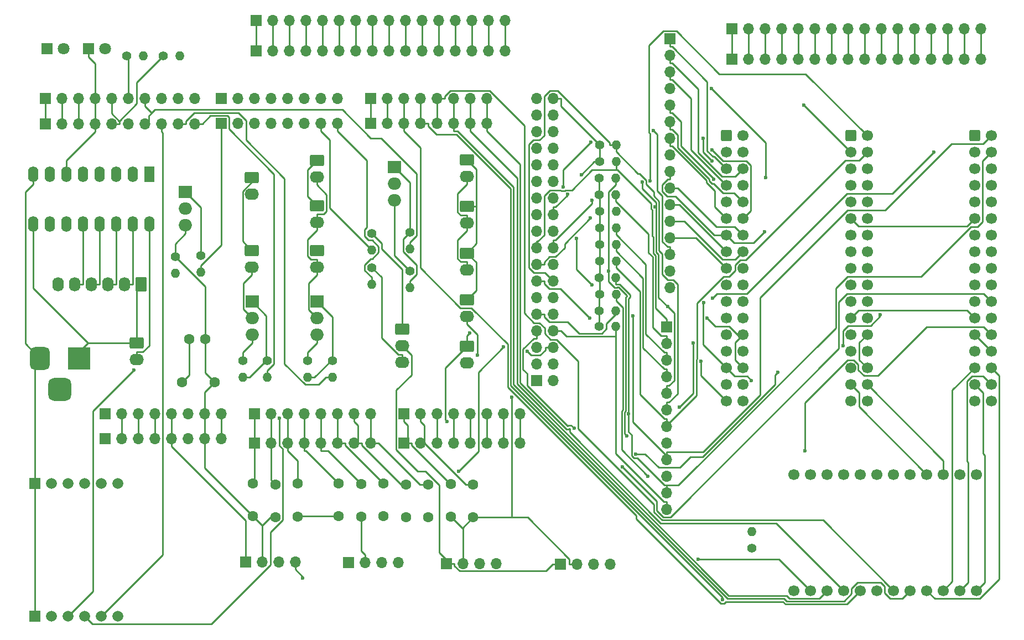
<source format=gbr>
%TF.GenerationSoftware,KiCad,Pcbnew,8.0.2-1*%
%TF.CreationDate,2024-08-11T12:42:59+10:00*%
%TF.ProjectId,Left Console Input and Output with Rotary,4c656674-2043-46f6-9e73-6f6c6520496e,rev?*%
%TF.SameCoordinates,Original*%
%TF.FileFunction,Copper,L2,Bot*%
%TF.FilePolarity,Positive*%
%FSLAX46Y46*%
G04 Gerber Fmt 4.6, Leading zero omitted, Abs format (unit mm)*
G04 Created by KiCad (PCBNEW 8.0.2-1) date 2024-08-11 12:42:59*
%MOMM*%
%LPD*%
G01*
G04 APERTURE LIST*
G04 Aperture macros list*
%AMRoundRect*
0 Rectangle with rounded corners*
0 $1 Rounding radius*
0 $2 $3 $4 $5 $6 $7 $8 $9 X,Y pos of 4 corners*
0 Add a 4 corners polygon primitive as box body*
4,1,4,$2,$3,$4,$5,$6,$7,$8,$9,$2,$3,0*
0 Add four circle primitives for the rounded corners*
1,1,$1+$1,$2,$3*
1,1,$1+$1,$4,$5*
1,1,$1+$1,$6,$7*
1,1,$1+$1,$8,$9*
0 Add four rect primitives between the rounded corners*
20,1,$1+$1,$2,$3,$4,$5,0*
20,1,$1+$1,$4,$5,$6,$7,0*
20,1,$1+$1,$6,$7,$8,$9,0*
20,1,$1+$1,$8,$9,$2,$3,0*%
G04 Aperture macros list end*
%TA.AperFunction,ComponentPad*%
%ADD10R,1.700000X1.700000*%
%TD*%
%TA.AperFunction,ComponentPad*%
%ADD11O,1.700000X1.700000*%
%TD*%
%TA.AperFunction,ComponentPad*%
%ADD12C,1.400000*%
%TD*%
%TA.AperFunction,ComponentPad*%
%ADD13O,1.400000X1.400000*%
%TD*%
%TA.AperFunction,ComponentPad*%
%ADD14C,1.600000*%
%TD*%
%TA.AperFunction,ComponentPad*%
%ADD15RoundRect,0.250000X-0.600000X-0.600000X0.600000X-0.600000X0.600000X0.600000X-0.600000X0.600000X0*%
%TD*%
%TA.AperFunction,ComponentPad*%
%ADD16C,1.700000*%
%TD*%
%TA.AperFunction,ComponentPad*%
%ADD17RoundRect,0.250000X-0.845000X0.620000X-0.845000X-0.620000X0.845000X-0.620000X0.845000X0.620000X0*%
%TD*%
%TA.AperFunction,ComponentPad*%
%ADD18O,2.190000X1.740000*%
%TD*%
%TA.AperFunction,ComponentPad*%
%ADD19RoundRect,0.250000X0.620000X0.845000X-0.620000X0.845000X-0.620000X-0.845000X0.620000X-0.845000X0*%
%TD*%
%TA.AperFunction,ComponentPad*%
%ADD20O,1.740000X2.190000*%
%TD*%
%TA.AperFunction,ComponentPad*%
%ADD21R,2.000000X1.905000*%
%TD*%
%TA.AperFunction,ComponentPad*%
%ADD22O,2.000000X1.905000*%
%TD*%
%TA.AperFunction,ComponentPad*%
%ADD23R,3.500000X3.500000*%
%TD*%
%TA.AperFunction,ComponentPad*%
%ADD24RoundRect,0.750000X-0.750000X-1.000000X0.750000X-1.000000X0.750000X1.000000X-0.750000X1.000000X0*%
%TD*%
%TA.AperFunction,ComponentPad*%
%ADD25RoundRect,0.875000X-0.875000X-0.875000X0.875000X-0.875000X0.875000X0.875000X-0.875000X0.875000X0*%
%TD*%
%TA.AperFunction,ComponentPad*%
%ADD26R,1.800000X1.800000*%
%TD*%
%TA.AperFunction,ComponentPad*%
%ADD27C,1.800000*%
%TD*%
%TA.AperFunction,ComponentPad*%
%ADD28R,1.600000X2.400000*%
%TD*%
%TA.AperFunction,ComponentPad*%
%ADD29O,1.600000X2.400000*%
%TD*%
%TA.AperFunction,ComponentPad*%
%ADD30R,1.665000X1.665000*%
%TD*%
%TA.AperFunction,ComponentPad*%
%ADD31C,1.665000*%
%TD*%
%TA.AperFunction,ViaPad*%
%ADD32C,0.600000*%
%TD*%
%TA.AperFunction,Conductor*%
%ADD33C,0.250000*%
%TD*%
G04 APERTURE END LIST*
D10*
%TO.P,J34,1,Pin_1*%
%TO.N,GND*%
X193980000Y-92380000D03*
D11*
%TO.P,J34,2,Pin_2*%
X196520000Y-92380000D03*
%TO.P,J34,3,Pin_3*%
%TO.N,SCLK*%
X193980000Y-89840000D03*
%TO.P,J34,4,Pin_4*%
%TO.N,ES1_RST*%
X196520000Y-89840000D03*
%TO.P,J34,5,Pin_5*%
%TO.N,MISO*%
X193980000Y-87300000D03*
%TO.P,J34,6,Pin_6*%
%TO.N,MOSI*%
X196520000Y-87300000D03*
%TO.P,J34,7,Pin_7*%
%TO.N,COL10*%
X193980000Y-84760000D03*
%TO.P,J34,8,Pin_8*%
%TO.N,COL11*%
X196520000Y-84760000D03*
%TO.P,J34,9,Pin_9*%
%TO.N,COL8*%
X193980000Y-82220000D03*
%TO.P,J34,10,Pin_10*%
%TO.N,COL9*%
X196520000Y-82220000D03*
%TO.P,J34,11,Pin_11*%
%TO.N,COL6*%
X193980000Y-79680000D03*
%TO.P,J34,12,Pin_12*%
%TO.N,COL7*%
X196520000Y-79680000D03*
%TO.P,J34,13,Pin_13*%
%TO.N,COL4*%
X193980000Y-77140000D03*
%TO.P,J34,14,Pin_14*%
%TO.N,COL5*%
X196520000Y-77140000D03*
%TO.P,J34,15,Pin_15*%
%TO.N,COL2*%
X193980000Y-74600000D03*
%TO.P,J34,16,Pin_16*%
%TO.N,COL3*%
X196520000Y-74600000D03*
%TO.P,J34,17,Pin_17*%
%TO.N,COL0*%
X193980000Y-72060000D03*
%TO.P,J34,18,Pin_18*%
%TO.N,COL1*%
X196520000Y-72060000D03*
%TO.P,J34,19,Pin_19*%
%TO.N,ROW14*%
X193980000Y-69520000D03*
%TO.P,J34,20,Pin_20*%
%TO.N,ROW15*%
X196520000Y-69520000D03*
%TO.P,J34,21,Pin_21*%
%TO.N,ROW12*%
X193980000Y-66980000D03*
%TO.P,J34,22,Pin_22*%
%TO.N,ROW13*%
X196520000Y-66980000D03*
%TO.P,J34,23,Pin_23*%
%TO.N,ROW10*%
X193980000Y-64440000D03*
%TO.P,J34,24,Pin_24*%
%TO.N,ROW11*%
X196520000Y-64440000D03*
%TO.P,J34,25,Pin_25*%
%TO.N,ROW8*%
X193980000Y-61900000D03*
%TO.P,J34,26,Pin_26*%
%TO.N,ROW9*%
X196520000Y-61900000D03*
%TO.P,J34,27,Pin_27*%
%TO.N,ROW6*%
X193980000Y-59360000D03*
%TO.P,J34,28,Pin_28*%
%TO.N,ROW7*%
X196520000Y-59360000D03*
%TO.P,J34,29,Pin_29*%
%TO.N,ROW4*%
X193980000Y-56820000D03*
%TO.P,J34,30,Pin_30*%
%TO.N,ROW5*%
X196520000Y-56820000D03*
%TO.P,J34,31,Pin_31*%
%TO.N,ROW2*%
X193980000Y-54280000D03*
%TO.P,J34,32,Pin_32*%
%TO.N,ROW3*%
X196520000Y-54280000D03*
%TO.P,J34,33,Pin_33*%
%TO.N,ROW0*%
X193980000Y-51740000D03*
%TO.P,J34,34,Pin_34*%
%TO.N,ROW1*%
X196520000Y-51740000D03*
%TO.P,J34,35,Pin_35*%
%TO.N,+5V*%
X193980000Y-49200000D03*
%TO.P,J34,36,Pin_36*%
X196520000Y-49200000D03*
%TD*%
D10*
%TO.P,J6,1,Pin_1*%
%TO.N,unconnected-(J6-Pin_1-Pad1)*%
X127940000Y-97460000D03*
D11*
%TO.P,J6,2,Pin_2*%
%TO.N,/IOREF*%
X130480000Y-97460000D03*
%TO.P,J6,3,Pin_3*%
%TO.N,/~{RESET}*%
X133020000Y-97460000D03*
%TO.P,J6,4,Pin_4*%
%TO.N,+3V3*%
X135560000Y-97460000D03*
%TO.P,J6,5,Pin_5*%
%TO.N,+5V*%
X138100000Y-97460000D03*
%TO.P,J6,6,Pin_6*%
%TO.N,GND*%
X140640000Y-97460000D03*
%TO.P,J6,7,Pin_7*%
X143180000Y-97460000D03*
%TO.P,J6,8,Pin_8*%
%TO.N,VCC*%
X145720000Y-97460000D03*
%TD*%
D10*
%TO.P,J17,1,Pin_1*%
%TO.N,VHF_AM_VOL*%
X150800000Y-97460000D03*
D11*
%TO.P,J17,2,Pin_2*%
%TO.N,VHF_FM_VOL*%
X153340000Y-97460000D03*
%TO.P,J17,3,Pin_3*%
%TO.N,UHF_VOL*%
X155880000Y-97460000D03*
%TO.P,J17,4,Pin_4*%
%TO.N,/A3*%
X158420000Y-97460000D03*
%TO.P,J17,5,Pin_5*%
%TO.N,/A4*%
X160960000Y-97460000D03*
%TO.P,J17,6,Pin_6*%
%TO.N,/A5*%
X163500000Y-97460000D03*
%TO.P,J17,7,Pin_7*%
%TO.N,/A6*%
X166040000Y-97460000D03*
%TO.P,J17,8,Pin_8*%
%TO.N,/A7*%
X168580000Y-97460000D03*
%TD*%
D10*
%TO.P,J29,1,Pin_1*%
%TO.N,/A8*%
X173660000Y-97460000D03*
D11*
%TO.P,J29,2,Pin_2*%
%TO.N,/A9*%
X176200000Y-97460000D03*
%TO.P,J29,3,Pin_3*%
%TO.N,UHF_PRESET_A*%
X178740000Y-97460000D03*
%TO.P,J29,4,Pin_4*%
%TO.N,UHF_PRESET_B*%
X181280000Y-97460000D03*
%TO.P,J29,5,Pin_5*%
%TO.N,VHF_FM_PRESET_A*%
X183820000Y-97460000D03*
%TO.P,J29,6,Pin_6*%
%TO.N,VHF_FM_PRESET_B*%
X186360000Y-97460000D03*
%TO.P,J29,7,Pin_7*%
%TO.N,VHF_AM_PRESET_A*%
X188900000Y-97460000D03*
%TO.P,J29,8,Pin_8*%
%TO.N,VHF_AM_PRESET_B*%
X191440000Y-97460000D03*
%TD*%
D10*
%TO.P,J2,1,Pin_1*%
%TO.N,SCL*%
X118796000Y-49200000D03*
D11*
%TO.P,J2,2,Pin_2*%
%TO.N,SDA*%
X121336000Y-49200000D03*
%TO.P,J2,3,Pin_3*%
%TO.N,/AREF*%
X123876000Y-49200000D03*
%TO.P,J2,4,Pin_4*%
%TO.N,GND*%
X126416000Y-49200000D03*
%TO.P,J2,5,Pin_5*%
%TO.N,/\u002A13*%
X128956000Y-49200000D03*
%TO.P,J2,6,Pin_6*%
%TO.N,/\u002A12*%
X131496000Y-49200000D03*
%TO.P,J2,7,Pin_7*%
%TO.N,BACKLIGHT*%
X134036000Y-49200000D03*
%TO.P,J2,8,Pin_8*%
%TO.N,SS*%
X136576000Y-49200000D03*
%TO.P,J2,9,Pin_9*%
%TO.N,FLOOD*%
X139116000Y-49200000D03*
%TO.P,J2,10,Pin_10*%
%TO.N,STROBE*%
X141656000Y-49200000D03*
%TD*%
D10*
%TO.P,J9,1,Pin_1*%
%TO.N,NAV*%
X145720000Y-49200000D03*
D11*
%TO.P,J9,2,Pin_2*%
%TO.N,O_ANTI_SKID*%
X148260000Y-49200000D03*
%TO.P,J9,3,Pin_3*%
%TO.N,O_COIL_L_YAW*%
X150800000Y-49200000D03*
%TO.P,J9,4,Pin_4*%
%TO.N,O_COIL_R_YAW*%
X153340000Y-49200000D03*
%TO.P,J9,5,Pin_5*%
%TO.N,O_COIL_L_PITCH*%
X155880000Y-49200000D03*
%TO.P,J9,6,Pin_6*%
%TO.N,O_COIL_R_PITCH*%
X158420000Y-49200000D03*
%TO.P,J9,7,Pin_7*%
%TO.N,TO_LED_1*%
X160960000Y-49200000D03*
%TO.P,J9,8,Pin_8*%
%TO.N,TO_LED_2*%
X163500000Y-49200000D03*
%TD*%
D10*
%TO.P,J22,1,Pin_1*%
%TO.N,/TX3{slash}14*%
X168580000Y-49200000D03*
D11*
%TO.P,J22,2,Pin_2*%
%TO.N,/RX3{slash}15*%
X171120000Y-49200000D03*
%TO.P,J22,3,Pin_3*%
%TO.N,I2C_SEL_RESET*%
X173660000Y-49200000D03*
%TO.P,J22,4,Pin_4*%
%TO.N,I2C_SEL_A0*%
X176200000Y-49200000D03*
%TO.P,J22,5,Pin_5*%
%TO.N,I2C_SEL_A1*%
X178740000Y-49200000D03*
%TO.P,J22,6,Pin_6*%
%TO.N,I2C_SEL_A2*%
X181280000Y-49200000D03*
%TO.P,J22,7,Pin_7*%
%TO.N,SDA*%
X183820000Y-49200000D03*
%TO.P,J22,8,Pin_8*%
%TO.N,SCL*%
X186360000Y-49200000D03*
%TD*%
D12*
%TO.P,R20,1*%
%TO.N,+5V*%
X203632000Y-69012000D03*
D13*
%TO.P,R20,2*%
%TO.N,COL2*%
X206172000Y-69012000D03*
%TD*%
D12*
%TO.P,R2,1*%
%TO.N,/\u002A12*%
X131280000Y-42700000D03*
D13*
%TO.P,R2,2*%
%TO.N,Net-(D2-A)*%
X133820000Y-42700000D03*
%TD*%
D12*
%TO.P,R10,1*%
%TO.N,GND*%
X174605000Y-75610000D03*
D13*
%TO.P,R10,2*%
%TO.N,Net-(Q4-G)*%
X174605000Y-78150000D03*
%TD*%
D14*
%TO.P,C4,1*%
%TO.N,VHF_AM_VOL*%
X150573300Y-108098300D03*
%TO.P,C4,2*%
%TO.N,GND*%
X150573300Y-113098300D03*
%TD*%
D12*
%TO.P,R22,1*%
%TO.N,+5V*%
X203632000Y-66472000D03*
D13*
%TO.P,R22,2*%
%TO.N,COL4*%
X206172000Y-66472000D03*
%TD*%
D10*
%TO.P,J35,1,Pin_1*%
%TO.N,+5V*%
X197660000Y-120500000D03*
D11*
%TO.P,J35,2,Pin_2*%
%TO.N,GND*%
X200200000Y-120500000D03*
%TO.P,J35,3,Pin_3*%
%TO.N,/OLED/SC7*%
X202740000Y-120500000D03*
%TO.P,J35,4,Pin_4*%
%TO.N,/OLED/SD7*%
X205280000Y-120500000D03*
%TD*%
D12*
%TO.P,R6,1*%
%TO.N,Net-(Q2-G)*%
X162800000Y-89300000D03*
D13*
%TO.P,R6,2*%
%TO.N,FLOOD*%
X162800000Y-91840000D03*
%TD*%
D12*
%TO.P,R25,1*%
%TO.N,+3V3*%
X226900000Y-118000000D03*
D13*
%TO.P,R25,2*%
%TO.N,Net-(U2-INT)*%
X226900000Y-115460000D03*
%TD*%
D10*
%TO.P,J10,1,Pin_1*%
%TO.N,Net-(J10-Pin_1)*%
X151100000Y-41900000D03*
D11*
%TO.P,J10,2,Pin_2*%
%TO.N,Net-(J10-Pin_2)*%
X153640000Y-41900000D03*
%TO.P,J10,3,Pin_3*%
%TO.N,Net-(J10-Pin_3)*%
X156180000Y-41900000D03*
%TO.P,J10,4,Pin_4*%
%TO.N,Net-(J10-Pin_4)*%
X158720000Y-41900000D03*
%TO.P,J10,5,Pin_5*%
%TO.N,Net-(J10-Pin_5)*%
X161260000Y-41900000D03*
%TO.P,J10,6,Pin_6*%
%TO.N,Net-(J10-Pin_6)*%
X163800000Y-41900000D03*
%TO.P,J10,7,Pin_7*%
%TO.N,Net-(J10-Pin_7)*%
X166340000Y-41900000D03*
%TO.P,J10,8,Pin_8*%
%TO.N,Net-(J10-Pin_8)*%
X168880000Y-41900000D03*
%TO.P,J10,9,Pin_9*%
%TO.N,Net-(J10-Pin_9)*%
X171420000Y-41900000D03*
%TO.P,J10,10,Pin_10*%
%TO.N,Net-(J10-Pin_10)*%
X173960000Y-41900000D03*
%TO.P,J10,11,Pin_11*%
%TO.N,Net-(J10-Pin_11)*%
X176500000Y-41900000D03*
%TO.P,J10,12,Pin_12*%
%TO.N,Net-(J10-Pin_12)*%
X179040000Y-41900000D03*
%TO.P,J10,13,Pin_13*%
%TO.N,Net-(J10-Pin_13)*%
X181580000Y-41900000D03*
%TO.P,J10,14,Pin_14*%
%TO.N,Net-(J10-Pin_14)*%
X184120000Y-41900000D03*
%TO.P,J10,15,Pin_15*%
%TO.N,Net-(J10-Pin_15)*%
X186660000Y-41900000D03*
%TO.P,J10,16,Pin_16*%
%TO.N,Net-(J10-Pin_16)*%
X189200000Y-41900000D03*
%TD*%
D10*
%TO.P,J20,1,Pin_1*%
%TO.N,+5V*%
X149460000Y-120100000D03*
D11*
%TO.P,J20,2,Pin_2*%
%TO.N,GND*%
X152000000Y-120100000D03*
%TO.P,J20,3,Pin_3*%
%TO.N,/OLED/SC4*%
X154540000Y-120100000D03*
%TO.P,J20,4,Pin_4*%
%TO.N,/OLED/SD4*%
X157080000Y-120100000D03*
%TD*%
D10*
%TO.P,J30,1,Pin_1*%
%TO.N,/A8*%
X173660000Y-101905000D03*
D11*
%TO.P,J30,2,Pin_2*%
%TO.N,/A9*%
X176200000Y-101905000D03*
%TO.P,J30,3,Pin_3*%
%TO.N,UHF_PRESET_A*%
X178740000Y-101905000D03*
%TO.P,J30,4,Pin_4*%
%TO.N,UHF_PRESET_B*%
X181280000Y-101905000D03*
%TO.P,J30,5,Pin_5*%
%TO.N,VHF_FM_PRESET_A*%
X183820000Y-101905000D03*
%TO.P,J30,6,Pin_6*%
%TO.N,VHF_FM_PRESET_B*%
X186360000Y-101905000D03*
%TO.P,J30,7,Pin_7*%
%TO.N,VHF_AM_PRESET_A*%
X188900000Y-101905000D03*
%TO.P,J30,8,Pin_8*%
%TO.N,VHF_AM_PRESET_B*%
X191440000Y-101905000D03*
%TD*%
D10*
%TO.P,J32,1,Pin_1*%
%TO.N,ROW0*%
X214400000Y-40050000D03*
D11*
%TO.P,J32,2,Pin_2*%
%TO.N,ROW1*%
X214400000Y-42590000D03*
%TO.P,J32,3,Pin_3*%
%TO.N,ROW2*%
X214400000Y-45130000D03*
%TO.P,J32,4,Pin_4*%
%TO.N,ROW3*%
X214400000Y-47670000D03*
%TO.P,J32,5,Pin_5*%
%TO.N,ROW4*%
X214400000Y-50210000D03*
%TO.P,J32,6,Pin_6*%
%TO.N,ROW5*%
X214400000Y-52750000D03*
%TO.P,J32,7,Pin_7*%
%TO.N,ROW6*%
X214400000Y-55290000D03*
%TO.P,J32,8,Pin_8*%
%TO.N,ROW7*%
X214400000Y-57830000D03*
%TO.P,J32,9,Pin_9*%
%TO.N,ROW8*%
X214400000Y-60370000D03*
%TO.P,J32,10,Pin_10*%
%TO.N,ROW9*%
X214400000Y-62910000D03*
%TO.P,J32,11,Pin_11*%
%TO.N,ROW10*%
X214400000Y-65450000D03*
%TO.P,J32,12,Pin_12*%
%TO.N,ROW11*%
X214400000Y-67990000D03*
%TO.P,J32,13,Pin_13*%
%TO.N,ROW12*%
X214400000Y-70530000D03*
%TO.P,J32,14,Pin_14*%
%TO.N,ROW13*%
X214400000Y-73070000D03*
%TO.P,J32,15,Pin_15*%
%TO.N,ROW14*%
X214400000Y-75610000D03*
%TO.P,J32,16,Pin_16*%
%TO.N,ROW15*%
X214400000Y-78150000D03*
%TD*%
D14*
%TO.P,C17,1*%
%TO.N,+12V*%
X140800000Y-86050000D03*
%TO.P,C17,2*%
%TO.N,GND*%
X143300000Y-86050000D03*
%TD*%
%TO.P,C14,1*%
%TO.N,/A9*%
X184300000Y-108300000D03*
%TO.P,C14,2*%
%TO.N,GND*%
X184300000Y-113300000D03*
%TD*%
D15*
%TO.P,J38,1,Pin_1*%
%TO.N,COL3*%
X242055000Y-54860000D03*
D16*
%TO.P,J38,2,Pin_2*%
%TO.N,COL4*%
X244595000Y-54860000D03*
%TO.P,J38,3,Pin_3*%
%TO.N,COL5*%
X242055000Y-57400000D03*
%TO.P,J38,4,Pin_4*%
%TO.N,COL6*%
X244595000Y-57400000D03*
%TO.P,J38,5,Pin_5*%
%TO.N,ROW0*%
X242055000Y-59940000D03*
%TO.P,J38,6,Pin_6*%
%TO.N,ROW1*%
X244595000Y-59940000D03*
%TO.P,J38,7,Pin_7*%
%TO.N,ROW2*%
X242055000Y-62480000D03*
%TO.P,J38,8,Pin_8*%
%TO.N,ROW3*%
X244595000Y-62480000D03*
%TO.P,J38,9,Pin_9*%
%TO.N,ROW4*%
X242055000Y-65020000D03*
%TO.P,J38,10,Pin_10*%
%TO.N,ROW5*%
X244595000Y-65020000D03*
%TO.P,J38,11,Pin_11*%
%TO.N,ROW6*%
X242055000Y-67560000D03*
%TO.P,J38,12,Pin_12*%
%TO.N,ROW7*%
X244595000Y-67560000D03*
%TO.P,J38,13,Pin_13*%
%TO.N,ROW8*%
X242055000Y-70100000D03*
%TO.P,J38,14,Pin_14*%
%TO.N,ROW9*%
X244595000Y-70100000D03*
%TO.P,J38,15,Pin_15*%
%TO.N,ROW10*%
X242055000Y-72640000D03*
%TO.P,J38,16,Pin_16*%
%TO.N,ROW11*%
X244595000Y-72640000D03*
%TO.P,J38,17,Pin_17*%
%TO.N,ROW12*%
X242055000Y-75180000D03*
%TO.P,J38,18,Pin_18*%
%TO.N,ROW13*%
X244595000Y-75180000D03*
%TO.P,J38,19,Pin_19*%
%TO.N,ROW14*%
X242055000Y-77720000D03*
%TO.P,J38,20,Pin_20*%
%TO.N,ROW15*%
X244595000Y-77720000D03*
%TO.P,J38,21,Pin_21*%
%TO.N,ANALOG_5V*%
X242055000Y-80260000D03*
%TO.P,J38,22,Pin_22*%
%TO.N,VHF_FM_VOL*%
X244595000Y-80260000D03*
%TO.P,J38,23,Pin_23*%
%TO.N,ANALOG_GND*%
X242055000Y-82800000D03*
%TO.P,J38,24,Pin_24*%
%TO.N,unconnected-(J38-Pin_24-Pad24)*%
X244595000Y-82800000D03*
%TO.P,J38,25,Pin_25*%
%TO.N,VHF_FM_PRESET_A*%
X242055000Y-85340000D03*
%TO.P,J38,26,Pin_26*%
%TO.N,GND*%
X244595000Y-85340000D03*
%TO.P,J38,27,Pin_27*%
%TO.N,VHF_FM_PRESET_B*%
X242055000Y-87880000D03*
%TO.P,J38,28,Pin_28*%
%TO.N,unconnected-(J38-Pin_28-Pad28)*%
X244595000Y-87880000D03*
%TO.P,J38,29,Pin_29*%
%TO.N,+5V*%
X242055000Y-90420000D03*
%TO.P,J38,30,Pin_30*%
%TO.N,GND*%
X244595000Y-90420000D03*
%TO.P,J38,31,Pin_31*%
%TO.N,VHF_FM_OLED_SC*%
X242055000Y-92960000D03*
%TO.P,J38,32,Pin_32*%
%TO.N,VHF_FM_OLED_SD*%
X244595000Y-92960000D03*
%TO.P,J38,33,Pin_33*%
%TO.N,+12V*%
X242055000Y-95500000D03*
%TO.P,J38,34,Pin_34*%
%TO.N,BACKLIGHT_-V*%
X244595000Y-95500000D03*
%TD*%
D15*
%TO.P,J37,1,Pin_1*%
%TO.N,COL7*%
X261050000Y-54860000D03*
D16*
%TO.P,J37,2,Pin_2*%
%TO.N,COL8*%
X263590000Y-54860000D03*
%TO.P,J37,3,Pin_3*%
%TO.N,COL9*%
X261050000Y-57400000D03*
%TO.P,J37,4,Pin_4*%
%TO.N,COL10*%
X263590000Y-57400000D03*
%TO.P,J37,5,Pin_5*%
%TO.N,ROW0*%
X261050000Y-59940000D03*
%TO.P,J37,6,Pin_6*%
%TO.N,ROW1*%
X263590000Y-59940000D03*
%TO.P,J37,7,Pin_7*%
%TO.N,ROW2*%
X261050000Y-62480000D03*
%TO.P,J37,8,Pin_8*%
%TO.N,ROW3*%
X263590000Y-62480000D03*
%TO.P,J37,9,Pin_9*%
%TO.N,ROW4*%
X261050000Y-65020000D03*
%TO.P,J37,10,Pin_10*%
%TO.N,ROW5*%
X263590000Y-65020000D03*
%TO.P,J37,11,Pin_11*%
%TO.N,ROW6*%
X261050000Y-67560000D03*
%TO.P,J37,12,Pin_12*%
%TO.N,ROW7*%
X263590000Y-67560000D03*
%TO.P,J37,13,Pin_13*%
%TO.N,ROW8*%
X261050000Y-70100000D03*
%TO.P,J37,14,Pin_14*%
%TO.N,ROW9*%
X263590000Y-70100000D03*
%TO.P,J37,15,Pin_15*%
%TO.N,ROW10*%
X261050000Y-72640000D03*
%TO.P,J37,16,Pin_16*%
%TO.N,ROW11*%
X263590000Y-72640000D03*
%TO.P,J37,17,Pin_17*%
%TO.N,ROW12*%
X261050000Y-75180000D03*
%TO.P,J37,18,Pin_18*%
%TO.N,ROW13*%
X263590000Y-75180000D03*
%TO.P,J37,19,Pin_19*%
%TO.N,ROW14*%
X261050000Y-77720000D03*
%TO.P,J37,20,Pin_20*%
%TO.N,ROW15*%
X263590000Y-77720000D03*
%TO.P,J37,21,Pin_21*%
%TO.N,ANALOG_5V*%
X261050000Y-80260000D03*
%TO.P,J37,22,Pin_22*%
%TO.N,UHF_VOL*%
X263590000Y-80260000D03*
%TO.P,J37,23,Pin_23*%
%TO.N,ANALOG_GND*%
X261050000Y-82800000D03*
%TO.P,J37,24,Pin_24*%
%TO.N,UHF_PRESET_A*%
X263590000Y-82800000D03*
%TO.P,J37,25,Pin_25*%
%TO.N,GND*%
X261050000Y-85340000D03*
%TO.P,J37,26,Pin_26*%
%TO.N,UHF_PRESET_B*%
X263590000Y-85340000D03*
%TO.P,J37,27,Pin_27*%
%TO.N,+5V*%
X261050000Y-87880000D03*
%TO.P,J37,28,Pin_28*%
%TO.N,GND*%
X263590000Y-87880000D03*
%TO.P,J37,29,Pin_29*%
%TO.N,UHF_PRESET_SC*%
X261050000Y-90420000D03*
%TO.P,J37,30,Pin_30*%
%TO.N,UHF_PRESET_SD*%
X263590000Y-90420000D03*
%TO.P,J37,31,Pin_31*%
%TO.N,UHF_CHANNEL_SC*%
X261050000Y-92960000D03*
%TO.P,J37,32,Pin_32*%
%TO.N,UHF_CHANNEL_SD*%
X263590000Y-92960000D03*
%TO.P,J37,33,Pin_33*%
%TO.N,+12V*%
X261050000Y-95500000D03*
%TO.P,J37,34,Pin_34*%
%TO.N,BACKLIGHT_-V*%
X263590000Y-95500000D03*
%TD*%
D17*
%TO.P,J23,1,Pin_1*%
%TO.N,+12V*%
X183350000Y-58590000D03*
D18*
%TO.P,J23,2,Pin_2*%
%TO.N,/LIGHTING/BACKLIGHT_-V*%
X183350000Y-61130000D03*
%TD*%
D12*
%TO.P,R5,1*%
%TO.N,GND*%
X149050000Y-89300000D03*
D13*
%TO.P,R5,2*%
%TO.N,Net-(Q3-G)*%
X149050000Y-91840000D03*
%TD*%
D12*
%TO.P,R16,1*%
%TO.N,+5V*%
X203560000Y-84100000D03*
D13*
%TO.P,R16,2*%
%TO.N,COL11*%
X206100000Y-84100000D03*
%TD*%
D14*
%TO.P,C1,1*%
%TO.N,/A4*%
X167136600Y-108171600D03*
%TO.P,C1,2*%
%TO.N,GND*%
X167136600Y-113171600D03*
%TD*%
D17*
%TO.P,J15,1,Pin_1*%
%TO.N,+12V*%
X160400000Y-65577500D03*
D18*
%TO.P,J15,2,Pin_2*%
%TO.N,/LIGHTING/BACKLIGHT_-V*%
X160400000Y-68117500D03*
%TD*%
D17*
%TO.P,J24,1,Pin_1*%
%TO.N,Net-(J24-Pin_1)*%
X173400000Y-84520000D03*
D18*
%TO.P,J24,2,Pin_2*%
%TO.N,+5V*%
X173400000Y-87060000D03*
%TO.P,J24,3,Pin_3*%
%TO.N,Net-(J24-Pin_3)*%
X173400000Y-89600000D03*
%TD*%
D17*
%TO.P,J14,1,Pin_1*%
%TO.N,+12V*%
X160400000Y-72460000D03*
D18*
%TO.P,J14,2,Pin_2*%
%TO.N,/LIGHTING/BACKLIGHT_-V*%
X160400000Y-75000000D03*
%TD*%
D14*
%TO.P,C3,1*%
%TO.N,/A3*%
X163704000Y-108116600D03*
%TO.P,C3,2*%
%TO.N,GND*%
X163704000Y-113116600D03*
%TD*%
D12*
%TO.P,R14,1*%
%TO.N,+5V*%
X203582000Y-61392000D03*
D13*
%TO.P,R14,2*%
%TO.N,COL7*%
X206122000Y-61392000D03*
%TD*%
D14*
%TO.P,C11,1*%
%TO.N,/A6*%
X174002000Y-108318300D03*
%TO.P,C11,2*%
%TO.N,GND*%
X174002000Y-113318300D03*
%TD*%
D10*
%TO.P,J7,1,Pin_1*%
%TO.N,unconnected-(J7-Pin_1-Pad1)*%
X127940000Y-101270000D03*
D11*
%TO.P,J7,2,Pin_2*%
%TO.N,/IOREF*%
X130480000Y-101270000D03*
%TO.P,J7,3,Pin_3*%
%TO.N,/~{RESET}*%
X133020000Y-101270000D03*
%TO.P,J7,4,Pin_4*%
%TO.N,+3V3*%
X135560000Y-101270000D03*
%TO.P,J7,5,Pin_5*%
%TO.N,+5V*%
X138100000Y-101270000D03*
%TO.P,J7,6,Pin_6*%
%TO.N,GND*%
X140640000Y-101270000D03*
%TO.P,J7,7,Pin_7*%
X143180000Y-101270000D03*
%TO.P,J7,8,Pin_8*%
%TO.N,VCC*%
X145720000Y-101270000D03*
%TD*%
D14*
%TO.P,C8,1*%
%TO.N,/A7*%
X177434600Y-108281600D03*
%TO.P,C8,2*%
%TO.N,GND*%
X177434600Y-113281600D03*
%TD*%
D12*
%TO.P,R12,1*%
%TO.N,Net-(J24-Pin_3)*%
X168750000Y-75060000D03*
D13*
%TO.P,R12,2*%
%TO.N,TO_LED_2*%
X168750000Y-77600000D03*
%TD*%
D12*
%TO.P,R15,1*%
%TO.N,+5V*%
X203632000Y-56312000D03*
D13*
%TO.P,R15,2*%
%TO.N,COL5*%
X206172000Y-56312000D03*
%TD*%
D12*
%TO.P,R23,1*%
%TO.N,+5V*%
X203582000Y-81712000D03*
D13*
%TO.P,R23,2*%
%TO.N,COL8*%
X206122000Y-81712000D03*
%TD*%
D17*
%TO.P,J4,1,Pin_1*%
%TO.N,+12V*%
X132750000Y-86650000D03*
D18*
%TO.P,J4,2,Pin_2*%
%TO.N,/COIL_ANTI_SKID*%
X132750000Y-89190000D03*
%TD*%
D10*
%TO.P,J39,1,Pin_1*%
%TO.N,Net-(J39-Pin_1)*%
X223910000Y-43150000D03*
D11*
%TO.P,J39,2,Pin_2*%
%TO.N,Net-(J39-Pin_2)*%
X226450000Y-43150000D03*
%TO.P,J39,3,Pin_3*%
%TO.N,Net-(J39-Pin_3)*%
X228990000Y-43150000D03*
%TO.P,J39,4,Pin_4*%
%TO.N,Net-(J39-Pin_4)*%
X231530000Y-43150000D03*
%TO.P,J39,5,Pin_5*%
%TO.N,Net-(J39-Pin_5)*%
X234070000Y-43150000D03*
%TO.P,J39,6,Pin_6*%
%TO.N,Net-(J39-Pin_6)*%
X236610000Y-43150000D03*
%TO.P,J39,7,Pin_7*%
%TO.N,Net-(J39-Pin_7)*%
X239150000Y-43150000D03*
%TO.P,J39,8,Pin_8*%
%TO.N,Net-(J39-Pin_8)*%
X241690000Y-43150000D03*
%TO.P,J39,9,Pin_9*%
%TO.N,Net-(J39-Pin_9)*%
X244230000Y-43150000D03*
%TO.P,J39,10,Pin_10*%
%TO.N,Net-(J39-Pin_10)*%
X246770000Y-43150000D03*
%TO.P,J39,11,Pin_11*%
%TO.N,Net-(J39-Pin_11)*%
X249310000Y-43150000D03*
%TO.P,J39,12,Pin_12*%
%TO.N,Net-(J39-Pin_12)*%
X251850000Y-43150000D03*
%TO.P,J39,13,Pin_13*%
%TO.N,Net-(J39-Pin_13)*%
X254390000Y-43150000D03*
%TO.P,J39,14,Pin_14*%
%TO.N,Net-(J39-Pin_14)*%
X256930000Y-43150000D03*
%TO.P,J39,15,Pin_15*%
%TO.N,Net-(J39-Pin_15)*%
X259470000Y-43150000D03*
%TO.P,J39,16,Pin_16*%
%TO.N,Net-(J39-Pin_16)*%
X262010000Y-43150000D03*
%TD*%
D10*
%TO.P,J40,1,Pin_1*%
%TO.N,Net-(J39-Pin_1)*%
X223910000Y-38500000D03*
D11*
%TO.P,J40,2,Pin_2*%
%TO.N,Net-(J39-Pin_2)*%
X226450000Y-38500000D03*
%TO.P,J40,3,Pin_3*%
%TO.N,Net-(J39-Pin_3)*%
X228990000Y-38500000D03*
%TO.P,J40,4,Pin_4*%
%TO.N,Net-(J39-Pin_4)*%
X231530000Y-38500000D03*
%TO.P,J40,5,Pin_5*%
%TO.N,Net-(J39-Pin_5)*%
X234070000Y-38500000D03*
%TO.P,J40,6,Pin_6*%
%TO.N,Net-(J39-Pin_6)*%
X236610000Y-38500000D03*
%TO.P,J40,7,Pin_7*%
%TO.N,Net-(J39-Pin_7)*%
X239150000Y-38500000D03*
%TO.P,J40,8,Pin_8*%
%TO.N,Net-(J39-Pin_8)*%
X241690000Y-38500000D03*
%TO.P,J40,9,Pin_9*%
%TO.N,Net-(J39-Pin_9)*%
X244230000Y-38500000D03*
%TO.P,J40,10,Pin_10*%
%TO.N,Net-(J39-Pin_10)*%
X246770000Y-38500000D03*
%TO.P,J40,11,Pin_11*%
%TO.N,Net-(J39-Pin_11)*%
X249310000Y-38500000D03*
%TO.P,J40,12,Pin_12*%
%TO.N,Net-(J39-Pin_12)*%
X251850000Y-38500000D03*
%TO.P,J40,13,Pin_13*%
%TO.N,Net-(J39-Pin_13)*%
X254390000Y-38500000D03*
%TO.P,J40,14,Pin_14*%
%TO.N,Net-(J39-Pin_14)*%
X256930000Y-38500000D03*
%TO.P,J40,15,Pin_15*%
%TO.N,Net-(J39-Pin_15)*%
X259470000Y-38500000D03*
%TO.P,J40,16,Pin_16*%
%TO.N,Net-(J39-Pin_16)*%
X262010000Y-38500000D03*
%TD*%
D15*
%TO.P,J36,1,Pin_1*%
%TO.N,COL0*%
X223060000Y-54860000D03*
D16*
%TO.P,J36,2,Pin_2*%
%TO.N,COL1*%
X225600000Y-54860000D03*
%TO.P,J36,3,Pin_3*%
%TO.N,COL2*%
X223060000Y-57400000D03*
%TO.P,J36,4,Pin_4*%
%TO.N,COL3*%
X225600000Y-57400000D03*
%TO.P,J36,5,Pin_5*%
%TO.N,ROW0*%
X223060000Y-59940000D03*
%TO.P,J36,6,Pin_6*%
%TO.N,ROW1*%
X225600000Y-59940000D03*
%TO.P,J36,7,Pin_7*%
%TO.N,ROW2*%
X223060000Y-62480000D03*
%TO.P,J36,8,Pin_8*%
%TO.N,ROW3*%
X225600000Y-62480000D03*
%TO.P,J36,9,Pin_9*%
%TO.N,ROW4*%
X223060000Y-65020000D03*
%TO.P,J36,10,Pin_10*%
%TO.N,ROW5*%
X225600000Y-65020000D03*
%TO.P,J36,11,Pin_11*%
%TO.N,ROW6*%
X223060000Y-67560000D03*
%TO.P,J36,12,Pin_12*%
%TO.N,ROW7*%
X225600000Y-67560000D03*
%TO.P,J36,13,Pin_13*%
%TO.N,ROW8*%
X223060000Y-70100000D03*
%TO.P,J36,14,Pin_14*%
%TO.N,ROW9*%
X225600000Y-70100000D03*
%TO.P,J36,15,Pin_15*%
%TO.N,ROW10*%
X223060000Y-72640000D03*
%TO.P,J36,16,Pin_16*%
%TO.N,ROW11*%
X225600000Y-72640000D03*
%TO.P,J36,17,Pin_17*%
%TO.N,ROW12*%
X223060000Y-75180000D03*
%TO.P,J36,18,Pin_18*%
%TO.N,ROW13*%
X225600000Y-75180000D03*
%TO.P,J36,19,Pin_19*%
%TO.N,ROW14*%
X223060000Y-77720000D03*
%TO.P,J36,20,Pin_20*%
%TO.N,ROW15*%
X225600000Y-77720000D03*
%TO.P,J36,21,Pin_21*%
%TO.N,ANALOG_5V*%
X223060000Y-80260000D03*
%TO.P,J36,22,Pin_22*%
%TO.N,VHF_AM_VOL*%
X225600000Y-80260000D03*
%TO.P,J36,23,Pin_23*%
%TO.N,ANALOG_GND*%
X223060000Y-82800000D03*
%TO.P,J36,24,Pin_24*%
%TO.N,unconnected-(J36-Pin_24-Pad24)*%
X225600000Y-82800000D03*
%TO.P,J36,25,Pin_25*%
%TO.N,VHF_AM_PRESET_A*%
X223060000Y-85340000D03*
%TO.P,J36,26,Pin_26*%
%TO.N,GND*%
X225600000Y-85340000D03*
%TO.P,J36,27,Pin_27*%
%TO.N,VHF_AM_PRESET_B*%
X223060000Y-87880000D03*
%TO.P,J36,28,Pin_28*%
%TO.N,unconnected-(J36-Pin_28-Pad28)*%
X225600000Y-87880000D03*
%TO.P,J36,29,Pin_29*%
%TO.N,+5V*%
X223060000Y-90420000D03*
%TO.P,J36,30,Pin_30*%
%TO.N,GND*%
X225600000Y-90420000D03*
%TO.P,J36,31,Pin_31*%
%TO.N,VHF_AM_OLED_SC*%
X223060000Y-92960000D03*
%TO.P,J36,32,Pin_32*%
%TO.N,VHF_AM_OLED_SD*%
X225600000Y-92960000D03*
%TO.P,J36,33,Pin_33*%
%TO.N,+12V*%
X223060000Y-95500000D03*
%TO.P,J36,34,Pin_34*%
%TO.N,BACKLIGHT_-V*%
X225600000Y-95500000D03*
%TD*%
D19*
%TO.P,J3,1,Pin_1*%
%TO.N,+12V*%
X133470000Y-77650000D03*
D20*
%TO.P,J3,2,Pin_2*%
%TO.N,COIL_L_YAW*%
X130930000Y-77650000D03*
%TO.P,J3,3,Pin_3*%
%TO.N,COIL_R_YAW*%
X128390000Y-77650000D03*
%TO.P,J3,4,Pin_4*%
%TO.N,COIL_L_PITCH*%
X125850000Y-77650000D03*
%TO.P,J3,5,Pin_5*%
%TO.N,COIL_R_PITCH*%
X123310000Y-77650000D03*
%TO.P,J3,6,Pin_6*%
%TO.N,unconnected-(J3-Pin_6-Pad6)*%
X120770000Y-77650000D03*
%TD*%
D14*
%TO.P,C2,1*%
%TO.N,VHF_FM_VOL*%
X154006000Y-108245000D03*
%TO.P,C2,2*%
%TO.N,GND*%
X154006000Y-113245000D03*
%TD*%
D17*
%TO.P,J8,1,Pin_1*%
%TO.N,+12V*%
X160400000Y-58695000D03*
D18*
%TO.P,J8,2,Pin_2*%
%TO.N,/LIGHTING/BACKLIGHT_-V*%
X160400000Y-61235000D03*
%TD*%
D10*
%TO.P,J31,1,Pin_1*%
%TO.N,+5V*%
X180210000Y-120350000D03*
D11*
%TO.P,J31,2,Pin_2*%
%TO.N,GND*%
X182750000Y-120350000D03*
%TO.P,J31,3,Pin_3*%
%TO.N,/OLED/SC6*%
X185290000Y-120350000D03*
%TO.P,J31,4,Pin_4*%
%TO.N,/OLED/SD6*%
X187830000Y-120350000D03*
%TD*%
D12*
%TO.P,R13,1*%
%TO.N,+5V*%
X203632000Y-58852000D03*
D13*
%TO.P,R13,2*%
%TO.N,COL0*%
X206172000Y-58852000D03*
%TD*%
D12*
%TO.P,R8,1*%
%TO.N,GND*%
X158980000Y-89335000D03*
D13*
%TO.P,R8,2*%
%TO.N,Net-(Q2-G)*%
X158980000Y-91875000D03*
%TD*%
D10*
%TO.P,J21,1,Pin_1*%
%TO.N,/TX3{slash}14*%
X168580000Y-53010000D03*
D11*
%TO.P,J21,2,Pin_2*%
%TO.N,/RX3{slash}15*%
X171120000Y-53010000D03*
%TO.P,J21,3,Pin_3*%
%TO.N,I2C_SEL_RESET*%
X173660000Y-53010000D03*
%TO.P,J21,4,Pin_4*%
%TO.N,I2C_SEL_A0*%
X176200000Y-53010000D03*
%TO.P,J21,5,Pin_5*%
%TO.N,I2C_SEL_A1*%
X178740000Y-53010000D03*
%TO.P,J21,6,Pin_6*%
%TO.N,I2C_SEL_A2*%
X181280000Y-53010000D03*
%TO.P,J21,7,Pin_7*%
%TO.N,SDA*%
X183820000Y-53010000D03*
%TO.P,J21,8,Pin_8*%
%TO.N,SCL*%
X186360000Y-53010000D03*
%TD*%
D17*
%TO.P,J25,1,Pin_1*%
%TO.N,+12V*%
X183350000Y-79980000D03*
D18*
%TO.P,J25,2,Pin_2*%
%TO.N,/LIGHTING/BACKLIGHT_-V*%
X183350000Y-82520000D03*
%TD*%
D12*
%TO.P,R7,1*%
%TO.N,Net-(Q3-G)*%
X152800000Y-89310000D03*
D13*
%TO.P,R7,2*%
%TO.N,STROBE*%
X152800000Y-91850000D03*
%TD*%
D12*
%TO.P,R4,1*%
%TO.N,Net-(Q1-G)*%
X142600000Y-73260000D03*
D13*
%TO.P,R4,2*%
%TO.N,NAV*%
X142600000Y-75800000D03*
%TD*%
D14*
%TO.P,C7,1*%
%TO.N,+12V*%
X139700000Y-92600000D03*
%TO.P,C7,2*%
%TO.N,GND*%
X144700000Y-92600000D03*
%TD*%
%TO.P,C6,1*%
%TO.N,/A5*%
X170569300Y-108135000D03*
%TO.P,C6,2*%
%TO.N,GND*%
X170569300Y-113135000D03*
%TD*%
D17*
%TO.P,J27,1,Pin_1*%
%TO.N,+12V*%
X183350000Y-87110000D03*
D18*
%TO.P,J27,2,Pin_2*%
%TO.N,/LIGHTING/BACKLIGHT_-V*%
X183350000Y-89650000D03*
%TD*%
D12*
%TO.P,R11,1*%
%TO.N,Net-(Q4-G)*%
X174605000Y-69660000D03*
D13*
%TO.P,R11,2*%
%TO.N,BACKLIGHT*%
X174605000Y-72200000D03*
%TD*%
D12*
%TO.P,R19,1*%
%TO.N,+5V*%
X203582000Y-63932000D03*
D13*
%TO.P,R19,2*%
%TO.N,COL1*%
X206122000Y-63932000D03*
%TD*%
D16*
%TO.P,U3,1,VCC*%
%TO.N,+3V3*%
X233400000Y-124500000D03*
%TO.P,U3,2,GND*%
%TO.N,GND*%
X235940000Y-124500000D03*
%TO.P,U3,3,SDA*%
%TO.N,SDA*%
X238480000Y-124500000D03*
%TO.P,U3,4,SCL*%
%TO.N,SCL*%
X241020000Y-124500000D03*
%TO.P,U3,5,~{RESET}*%
%TO.N,I2C_SEL_RESET*%
X243560000Y-124500000D03*
%TO.P,U3,6,A0*%
%TO.N,I2C_SEL_A0*%
X246100000Y-124500000D03*
%TO.P,U3,7,A1*%
%TO.N,I2C_SEL_A1*%
X248640000Y-124500000D03*
%TO.P,U3,8,A2*%
%TO.N,I2C_SEL_A2*%
X251180000Y-124500000D03*
%TO.P,U3,9,SD0*%
%TO.N,UHF_PRESET_SD*%
X253720000Y-124500000D03*
%TO.P,U3,10,SC0*%
%TO.N,UHF_PRESET_SC*%
X256260000Y-124500000D03*
%TO.P,U3,11,SD1*%
%TO.N,UHF_CHANNEL_SD*%
X258800000Y-124500000D03*
%TO.P,U3,12,SC1*%
%TO.N,UHF_CHANNEL_SC*%
X261340000Y-124500000D03*
%TO.P,U3,13,SD2*%
%TO.N,VHF_AM_OLED_SD*%
X261340000Y-106720000D03*
%TO.P,U3,14,SC2*%
%TO.N,VHF_AM_OLED_SC*%
X258800000Y-106720000D03*
%TO.P,U3,15,SD3*%
%TO.N,VHF_FM_OLED_SD*%
X256260000Y-106720000D03*
%TO.P,U3,16,SC3*%
%TO.N,VHF_FM_OLED_SC*%
X253720000Y-106720000D03*
%TO.P,U3,17,SD4*%
%TO.N,/OLED/SD4*%
X251180000Y-106720000D03*
%TO.P,U3,18,SC4*%
%TO.N,/OLED/SC4*%
X248640000Y-106720000D03*
%TO.P,U3,19,SD5*%
%TO.N,/OLED/SD5*%
X246100000Y-106720000D03*
%TO.P,U3,20,SC5*%
%TO.N,/OLED/SC5*%
X243560000Y-106720000D03*
%TO.P,U3,21,SD6*%
%TO.N,/OLED/SD6*%
X241020000Y-106720000D03*
%TO.P,U3,22,SC6*%
%TO.N,/OLED/SC6*%
X238480000Y-106720000D03*
%TO.P,U3,23,SD7*%
%TO.N,/OLED/SD7*%
X235940000Y-106720000D03*
%TO.P,U3,24,SC7*%
%TO.N,/OLED/SC7*%
X233400000Y-106720000D03*
%TD*%
D21*
%TO.P,Q1,1,G*%
%TO.N,Net-(Q1-G)*%
X140250000Y-63520000D03*
D22*
%TO.P,Q1,2,D*%
%TO.N,Net-(J12-Pin_2)*%
X140250000Y-66060000D03*
%TO.P,Q1,3,S*%
%TO.N,GND*%
X140250000Y-68600000D03*
%TD*%
D21*
%TO.P,Q3,1,G*%
%TO.N,Net-(Q3-G)*%
X150450000Y-80270000D03*
D22*
%TO.P,Q3,2,D*%
%TO.N,Net-(J16-Pin_2)*%
X150450000Y-82810000D03*
%TO.P,Q3,3,S*%
%TO.N,GND*%
X150450000Y-85350000D03*
%TD*%
D21*
%TO.P,Q4,1,G*%
%TO.N,Net-(Q4-G)*%
X172255000Y-59710000D03*
D22*
%TO.P,Q4,2,D*%
%TO.N,/LIGHTING/BACKLIGHT_-V*%
X172255000Y-62250000D03*
%TO.P,Q4,3,S*%
%TO.N,GND*%
X172255000Y-64790000D03*
%TD*%
D10*
%TO.P,J13,1,Pin_1*%
%TO.N,NAV*%
X145720000Y-53010000D03*
D11*
%TO.P,J13,2,Pin_2*%
%TO.N,O_ANTI_SKID*%
X148260000Y-53010000D03*
%TO.P,J13,3,Pin_3*%
%TO.N,O_COIL_L_YAW*%
X150800000Y-53010000D03*
%TO.P,J13,4,Pin_4*%
%TO.N,O_COIL_R_YAW*%
X153340000Y-53010000D03*
%TO.P,J13,5,Pin_5*%
%TO.N,O_COIL_L_PITCH*%
X155880000Y-53010000D03*
%TO.P,J13,6,Pin_6*%
%TO.N,O_COIL_R_PITCH*%
X158420000Y-53010000D03*
%TO.P,J13,7,Pin_7*%
%TO.N,TO_LED_1*%
X160960000Y-53010000D03*
%TO.P,J13,8,Pin_8*%
%TO.N,TO_LED_2*%
X163500000Y-53010000D03*
%TD*%
D10*
%TO.P,J18,1,Pin_1*%
%TO.N,VHF_AM_VOL*%
X150800000Y-101905000D03*
D11*
%TO.P,J18,2,Pin_2*%
%TO.N,VHF_FM_VOL*%
X153340000Y-101905000D03*
%TO.P,J18,3,Pin_3*%
%TO.N,UHF_VOL*%
X155880000Y-101905000D03*
%TO.P,J18,4,Pin_4*%
%TO.N,/A3*%
X158420000Y-101905000D03*
%TO.P,J18,5,Pin_5*%
%TO.N,/A4*%
X160960000Y-101905000D03*
%TO.P,J18,6,Pin_6*%
%TO.N,/A5*%
X163500000Y-101905000D03*
%TO.P,J18,7,Pin_7*%
%TO.N,/A6*%
X166040000Y-101905000D03*
%TO.P,J18,8,Pin_8*%
%TO.N,/A7*%
X168580000Y-101905000D03*
%TD*%
D21*
%TO.P,Q2,1,G*%
%TO.N,Net-(Q2-G)*%
X160420000Y-80282500D03*
D22*
%TO.P,Q2,2,D*%
%TO.N,/LIGHTING/BACKLIGHT_-V*%
X160420000Y-82822500D03*
%TO.P,Q2,3,S*%
%TO.N,GND*%
X160420000Y-85362500D03*
%TD*%
D23*
%TO.P,J5,1,Pin_1*%
%TO.N,+12V*%
X124000000Y-89000000D03*
D24*
%TO.P,J5,2,Pin_2*%
%TO.N,GND*%
X118000000Y-89000000D03*
D25*
%TO.P,J5,3*%
%TO.N,N/C*%
X121000000Y-93700000D03*
%TD*%
D12*
%TO.P,R3,1*%
%TO.N,GND*%
X138700000Y-73370000D03*
D13*
%TO.P,R3,2*%
%TO.N,Net-(Q1-G)*%
X138700000Y-75910000D03*
%TD*%
D17*
%TO.P,J12,1,Pin_1*%
%TO.N,+12V*%
X150430000Y-61330000D03*
D18*
%TO.P,J12,2,Pin_2*%
%TO.N,Net-(J12-Pin_2)*%
X150430000Y-63870000D03*
%TD*%
D10*
%TO.P,J33,1,Pin_1*%
%TO.N,COL0*%
X213900000Y-84160000D03*
D11*
%TO.P,J33,2,Pin_2*%
%TO.N,COL1*%
X213900000Y-86700000D03*
%TO.P,J33,3,Pin_3*%
%TO.N,COL2*%
X213900000Y-89240000D03*
%TO.P,J33,4,Pin_4*%
%TO.N,COL3*%
X213900000Y-91780000D03*
%TO.P,J33,5,Pin_5*%
%TO.N,COL4*%
X213900000Y-94320000D03*
%TO.P,J33,6,Pin_6*%
%TO.N,COL5*%
X213900000Y-96860000D03*
%TO.P,J33,7,Pin_7*%
%TO.N,COL6*%
X213900000Y-99400000D03*
%TO.P,J33,8,Pin_8*%
%TO.N,COL7*%
X213900000Y-101940000D03*
%TO.P,J33,9,Pin_9*%
%TO.N,COL8*%
X213900000Y-104480000D03*
%TO.P,J33,10,Pin_10*%
%TO.N,COL9*%
X213900000Y-107020000D03*
%TO.P,J33,11,Pin_11*%
%TO.N,COL10*%
X213900000Y-109560000D03*
%TO.P,J33,12,Pin_12*%
%TO.N,COL11*%
X213900000Y-112100000D03*
%TD*%
D17*
%TO.P,J28,1,Pin_1*%
%TO.N,+12V*%
X183350000Y-65720000D03*
D18*
%TO.P,J28,2,Pin_2*%
%TO.N,/LIGHTING/BACKLIGHT_-V*%
X183350000Y-68260000D03*
%TD*%
D14*
%TO.P,C10,1*%
%TO.N,/A8*%
X180867300Y-108226600D03*
%TO.P,C10,2*%
%TO.N,GND*%
X180867300Y-113226600D03*
%TD*%
D12*
%TO.P,R17,1*%
%TO.N,+5V*%
X203632000Y-74092000D03*
D13*
%TO.P,R17,2*%
%TO.N,COL6*%
X206172000Y-74092000D03*
%TD*%
D12*
%TO.P,R18,1*%
%TO.N,+5V*%
X203632000Y-71552000D03*
D13*
%TO.P,R18,2*%
%TO.N,COL3*%
X206172000Y-71552000D03*
%TD*%
D17*
%TO.P,J16,1,Pin_1*%
%TO.N,+12V*%
X150430000Y-72460000D03*
D18*
%TO.P,J16,2,Pin_2*%
%TO.N,Net-(J16-Pin_2)*%
X150430000Y-75000000D03*
%TD*%
D12*
%TO.P,R9,1*%
%TO.N,Net-(J24-Pin_1)*%
X168750000Y-69810000D03*
D13*
%TO.P,R9,2*%
%TO.N,TO_LED_1*%
X168750000Y-72350000D03*
%TD*%
D26*
%TO.P,D1,1,K*%
%TO.N,GND*%
X125395000Y-41580000D03*
D27*
%TO.P,D1,2,A*%
%TO.N,Net-(D1-A)*%
X127935000Y-41580000D03*
%TD*%
D28*
%TO.P,U1,1,I1*%
%TO.N,O_ANTI_SKID*%
X134700000Y-60780000D03*
D29*
%TO.P,U1,2,I2*%
%TO.N,O_COIL_L_YAW*%
X132160000Y-60780000D03*
%TO.P,U1,3,I3*%
%TO.N,O_COIL_R_YAW*%
X129620000Y-60780000D03*
%TO.P,U1,4,I4*%
%TO.N,O_COIL_L_PITCH*%
X127080000Y-60780000D03*
%TO.P,U1,5,I5*%
%TO.N,O_COIL_R_PITCH*%
X124540000Y-60780000D03*
%TO.P,U1,6,I6*%
%TO.N,GND*%
X122000000Y-60780000D03*
%TO.P,U1,7,I7*%
X119460000Y-60780000D03*
%TO.P,U1,8,GND*%
X116920000Y-60780000D03*
%TO.P,U1,9,COM*%
%TO.N,+12V*%
X116920000Y-68400000D03*
%TO.P,U1,10,O7*%
%TO.N,unconnected-(U1-O7-Pad10)*%
X119460000Y-68400000D03*
%TO.P,U1,11,O6*%
%TO.N,unconnected-(U1-O6-Pad11)*%
X122000000Y-68400000D03*
%TO.P,U1,12,O5*%
%TO.N,COIL_R_PITCH*%
X124540000Y-68400000D03*
%TO.P,U1,13,O4*%
%TO.N,COIL_L_PITCH*%
X127080000Y-68400000D03*
%TO.P,U1,14,O3*%
%TO.N,COIL_R_YAW*%
X129620000Y-68400000D03*
%TO.P,U1,15,O2*%
%TO.N,COIL_L_YAW*%
X132160000Y-68400000D03*
%TO.P,U1,16,O1*%
%TO.N,/COIL_ANTI_SKID*%
X134700000Y-68400000D03*
%TD*%
D17*
%TO.P,J26,1,Pin_1*%
%TO.N,+12V*%
X183350000Y-72850000D03*
D18*
%TO.P,J26,2,Pin_2*%
%TO.N,/LIGHTING/BACKLIGHT_-V*%
X183350000Y-75390000D03*
%TD*%
D12*
%TO.P,R24,1*%
%TO.N,+5V*%
X203632000Y-79172000D03*
D13*
%TO.P,R24,2*%
%TO.N,COL9*%
X206172000Y-79172000D03*
%TD*%
D12*
%TO.P,R1,1*%
%TO.N,/\u002A13*%
X136830000Y-42700000D03*
D13*
%TO.P,R1,2*%
%TO.N,Net-(D1-A)*%
X139370000Y-42700000D03*
%TD*%
D30*
%TO.P,U2,A1,GND_1*%
%TO.N,GND*%
X117200000Y-128450000D03*
D31*
%TO.P,U2,A2,GND_2*%
X119740000Y-128450000D03*
%TO.P,U2,A3,MOSI*%
%TO.N,MOSI*%
X122280000Y-128450000D03*
%TO.P,U2,A4,SCLK*%
%TO.N,SCLK*%
X124820000Y-128450000D03*
%TO.P,U2,A5,CS*%
%TO.N,SS*%
X127360000Y-128450000D03*
%TO.P,U2,A6,INT*%
%TO.N,Net-(U2-INT)*%
X129900000Y-128450000D03*
D30*
%TO.P,U2,B1,GND_3*%
%TO.N,GND*%
X117200000Y-108130000D03*
D31*
%TO.P,U2,B2,3V3_1*%
%TO.N,+3V3*%
X119740000Y-108130000D03*
%TO.P,U2,B3,3V3_2*%
X122280000Y-108130000D03*
%TO.P,U2,B4,NC*%
%TO.N,unconnected-(U2-NC-PadB4)*%
X124820000Y-108130000D03*
%TO.P,U2,B5,RST*%
%TO.N,ES1_RST*%
X127360000Y-108130000D03*
%TO.P,U2,B6,MISO*%
%TO.N,MISO*%
X129900000Y-108130000D03*
%TD*%
D10*
%TO.P,J1,1,Pin_1*%
%TO.N,SCL*%
X118790000Y-53050000D03*
D11*
%TO.P,J1,2,Pin_2*%
%TO.N,SDA*%
X121330000Y-53050000D03*
%TO.P,J1,3,Pin_3*%
%TO.N,/AREF*%
X123870000Y-53050000D03*
%TO.P,J1,4,Pin_4*%
%TO.N,GND*%
X126410000Y-53050000D03*
%TO.P,J1,5,Pin_5*%
%TO.N,/\u002A13*%
X128950000Y-53050000D03*
%TO.P,J1,6,Pin_6*%
%TO.N,/\u002A12*%
X131490000Y-53050000D03*
%TO.P,J1,7,Pin_7*%
%TO.N,BACKLIGHT*%
X134030000Y-53050000D03*
%TO.P,J1,8,Pin_8*%
%TO.N,SS*%
X136570000Y-53050000D03*
%TO.P,J1,9,Pin_9*%
%TO.N,FLOOD*%
X139110000Y-53050000D03*
%TO.P,J1,10,Pin_10*%
%TO.N,STROBE*%
X141650000Y-53050000D03*
%TD*%
D14*
%TO.P,C5,1*%
%TO.N,UHF_VOL*%
X157438600Y-108153300D03*
%TO.P,C5,2*%
%TO.N,GND*%
X157438600Y-113153300D03*
%TD*%
D10*
%TO.P,J19,1,Pin_1*%
%TO.N,+5V*%
X165210000Y-120250000D03*
D11*
%TO.P,J19,2,Pin_2*%
%TO.N,GND*%
X167750000Y-120250000D03*
%TO.P,J19,3,Pin_3*%
%TO.N,/OLED/SC5*%
X170290000Y-120250000D03*
%TO.P,J19,4,Pin_4*%
%TO.N,/OLED/SD5*%
X172830000Y-120250000D03*
%TD*%
D10*
%TO.P,J11,1,Pin_1*%
%TO.N,Net-(J10-Pin_1)*%
X151100000Y-37250000D03*
D11*
%TO.P,J11,2,Pin_2*%
%TO.N,Net-(J10-Pin_2)*%
X153640000Y-37250000D03*
%TO.P,J11,3,Pin_3*%
%TO.N,Net-(J10-Pin_3)*%
X156180000Y-37250000D03*
%TO.P,J11,4,Pin_4*%
%TO.N,Net-(J10-Pin_4)*%
X158720000Y-37250000D03*
%TO.P,J11,5,Pin_5*%
%TO.N,Net-(J10-Pin_5)*%
X161260000Y-37250000D03*
%TO.P,J11,6,Pin_6*%
%TO.N,Net-(J10-Pin_6)*%
X163800000Y-37250000D03*
%TO.P,J11,7,Pin_7*%
%TO.N,Net-(J10-Pin_7)*%
X166340000Y-37250000D03*
%TO.P,J11,8,Pin_8*%
%TO.N,Net-(J10-Pin_8)*%
X168880000Y-37250000D03*
%TO.P,J11,9,Pin_9*%
%TO.N,Net-(J10-Pin_9)*%
X171420000Y-37250000D03*
%TO.P,J11,10,Pin_10*%
%TO.N,Net-(J10-Pin_10)*%
X173960000Y-37250000D03*
%TO.P,J11,11,Pin_11*%
%TO.N,Net-(J10-Pin_11)*%
X176500000Y-37250000D03*
%TO.P,J11,12,Pin_12*%
%TO.N,Net-(J10-Pin_12)*%
X179040000Y-37250000D03*
%TO.P,J11,13,Pin_13*%
%TO.N,Net-(J10-Pin_13)*%
X181580000Y-37250000D03*
%TO.P,J11,14,Pin_14*%
%TO.N,Net-(J10-Pin_14)*%
X184120000Y-37250000D03*
%TO.P,J11,15,Pin_15*%
%TO.N,Net-(J10-Pin_15)*%
X186660000Y-37250000D03*
%TO.P,J11,16,Pin_16*%
%TO.N,Net-(J10-Pin_16)*%
X189200000Y-37250000D03*
%TD*%
D26*
%TO.P,D2,1,K*%
%TO.N,GND*%
X119045000Y-41580000D03*
D27*
%TO.P,D2,2,A*%
%TO.N,Net-(D2-A)*%
X121585000Y-41580000D03*
%TD*%
D12*
%TO.P,R21,1*%
%TO.N,+5V*%
X203582000Y-76632000D03*
D13*
%TO.P,R21,2*%
%TO.N,COL10*%
X206122000Y-76632000D03*
%TD*%
D32*
%TO.N,SCLK*%
X154610000Y-98133000D03*
%TO.N,MISO*%
X182063500Y-106248000D03*
X188957900Y-87189300D03*
%TO.N,MOSI*%
X192542400Y-87860000D03*
X132353700Y-90766700D03*
%TO.N,ROW7*%
X220801200Y-57034800D03*
%TO.N,ROW8*%
X228879700Y-69626700D03*
%TO.N,COL1*%
X219484800Y-55268500D03*
X220852900Y-58725100D03*
X202477600Y-64778600D03*
%TO.N,COL2*%
X202205900Y-67501200D03*
%TO.N,ROW13*%
X202265500Y-55834800D03*
X198721500Y-63872800D03*
X211835000Y-54128900D03*
X198032800Y-62696100D03*
%TO.N,ROW15*%
X200085000Y-70575700D03*
X202456000Y-77708100D03*
%TO.N,ROW3*%
X220738400Y-47670000D03*
X229068200Y-61289400D03*
%TO.N,VHF_AM_PRESET_A*%
X217938300Y-86596100D03*
X215841300Y-96439700D03*
%TO.N,ROW4*%
X221070700Y-61573000D03*
%TO.N,UHF_PRESET_B*%
X235059100Y-103121500D03*
%TO.N,COL5*%
X234880500Y-50225500D03*
%TO.N,UHF_VOL*%
X207155300Y-105553100D03*
%TO.N,/LIGHTING/BACKLIGHT_-V*%
X184983600Y-88453300D03*
%TO.N,COL4*%
X211400400Y-61793400D03*
X210146900Y-62005700D03*
X202095200Y-82799500D03*
X214027100Y-81028700D03*
X212119400Y-65788700D03*
%TO.N,VHF_FM_VOL*%
X240905800Y-87020600D03*
X246586400Y-82251400D03*
X209173200Y-103607100D03*
X230941800Y-91055700D03*
%TO.N,+12V*%
X219125200Y-89421400D03*
X180307000Y-98636700D03*
X183765900Y-85079600D03*
%TO.N,I2C_SEL_A0*%
X222419800Y-125864000D03*
%TO.N,COL8*%
X208709600Y-82471200D03*
%TO.N,COL7*%
X205047300Y-75587800D03*
X207809100Y-100827200D03*
%TO.N,COL10*%
X208087100Y-97454200D03*
X199718200Y-99682500D03*
%TO.N,COL9*%
X254758900Y-57400000D03*
X220950700Y-79755100D03*
X211061100Y-107020000D03*
%TO.N,/OLED/SD4*%
X158225000Y-122607900D03*
%TO.N,GND*%
X190219700Y-94934000D03*
X218723700Y-119682400D03*
X220117400Y-82801900D03*
%TO.N,+5V*%
X200852700Y-60835200D03*
X219544800Y-80441800D03*
X226882100Y-92325700D03*
%TD*%
D33*
%TO.N,ANALOG_GND*%
X259859400Y-81609400D02*
X261050000Y-82800000D01*
X243245600Y-81609400D02*
X259859400Y-81609400D01*
X242055000Y-82800000D02*
X243245600Y-81609400D01*
%TO.N,SCLK*%
X155132700Y-102821900D02*
X154610000Y-102299200D01*
X153270000Y-120558200D02*
X153270000Y-115574500D01*
X153270000Y-115574500D02*
X155132700Y-113711800D01*
X144213100Y-129615100D02*
X153270000Y-120558200D01*
X125985100Y-129615100D02*
X144213100Y-129615100D01*
X155132700Y-113711800D02*
X155132700Y-102821900D01*
X124820000Y-128450000D02*
X125985100Y-129615100D01*
X154610000Y-102299200D02*
X154610000Y-98133000D01*
%TO.N,MISO*%
X185090000Y-103221500D02*
X182063500Y-106248000D01*
X185090000Y-91057200D02*
X185090000Y-103221500D01*
X188957900Y-87189300D02*
X185090000Y-91057200D01*
%TO.N,MOSI*%
X195343300Y-87667800D02*
X194534400Y-88476700D01*
X194534400Y-88476700D02*
X193159100Y-88476700D01*
X195343300Y-87300000D02*
X195343300Y-87667800D01*
X122280000Y-128450000D02*
X126090000Y-124640000D01*
X126090000Y-124640000D02*
X126090000Y-97030400D01*
X126090000Y-97030400D02*
X132353700Y-90766700D01*
X196520000Y-87300000D02*
X195343300Y-87300000D01*
X193159100Y-88476700D02*
X192542400Y-87860000D01*
%TO.N,VHF_AM_VOL*%
X150800000Y-107871600D02*
X150800000Y-101905000D01*
X150573300Y-108098300D02*
X150800000Y-107871600D01*
X150800000Y-101905000D02*
X150800000Y-97460000D01*
%TO.N,ROW7*%
X226777300Y-66382700D02*
X226777300Y-59425200D01*
X225600000Y-67560000D02*
X226777300Y-66382700D01*
X226777300Y-59425200D02*
X226095600Y-58743500D01*
X226095600Y-58743500D02*
X222509900Y-58743500D01*
X222509900Y-58743500D02*
X220801200Y-57034800D01*
%TO.N,ROW8*%
X213979400Y-64180000D02*
X213223300Y-63423900D01*
X227229700Y-71276700D02*
X228879700Y-69626700D01*
X213223300Y-62355600D02*
X214032200Y-61546700D01*
X223060000Y-70100000D02*
X221175200Y-70100000D01*
X214400000Y-60370000D02*
X214400000Y-61546700D01*
X224236700Y-71276700D02*
X227229700Y-71276700D01*
X221175200Y-70100000D02*
X215255200Y-64180000D01*
X223060000Y-70100000D02*
X224236700Y-71276700D01*
X214032200Y-61546700D02*
X214400000Y-61546700D01*
X213223300Y-63423900D02*
X213223300Y-62355600D01*
X215255200Y-64180000D02*
X213979400Y-64180000D01*
%TO.N,COL1*%
X219484800Y-57357000D02*
X219484800Y-55268500D01*
X211107000Y-69943700D02*
X211107000Y-72771200D01*
X206122000Y-64958700D02*
X211107000Y-69943700D01*
X211766600Y-73430800D02*
X211766600Y-84198900D01*
X202477600Y-65272500D02*
X196866800Y-70883300D01*
X211766600Y-84198900D02*
X213091000Y-85523300D01*
X196520000Y-72060000D02*
X196520000Y-70883300D01*
X196866800Y-70883300D02*
X196520000Y-70883300D01*
X213900000Y-86700000D02*
X213900000Y-85523300D01*
X211107000Y-72771200D02*
X211766600Y-73430800D01*
X213091000Y-85523300D02*
X213900000Y-85523300D01*
X206122000Y-63932000D02*
X206122000Y-64958700D01*
X220852900Y-58725100D02*
X219484800Y-57357000D01*
X202477600Y-64778600D02*
X202477600Y-65272500D01*
%TO.N,ROW6*%
X221285000Y-63312300D02*
X221285100Y-63312300D01*
X243245600Y-68750600D02*
X242055000Y-67560000D01*
X214400000Y-55290000D02*
X214400000Y-56466700D01*
X259859400Y-68750600D02*
X243245600Y-68750600D01*
X221285100Y-65785100D02*
X223060000Y-67560000D01*
X219992300Y-61735000D02*
X219992300Y-62019600D01*
X219992300Y-62019600D02*
X221285000Y-63312300D01*
X221285100Y-63312300D02*
X221285100Y-65785100D01*
X214724000Y-56466700D02*
X219992300Y-61735000D01*
X214400000Y-56466700D02*
X214724000Y-56466700D01*
X261050000Y-67560000D02*
X259859400Y-68750600D01*
%TO.N,ROW12*%
X214400000Y-70530000D02*
X218410000Y-70530000D01*
X218410000Y-70530000D02*
X223060000Y-75180000D01*
%TO.N,ROW2*%
X217638100Y-57058100D02*
X217638100Y-49177100D01*
X214400000Y-45130000D02*
X214400000Y-46306700D01*
X223060000Y-62480000D02*
X217638100Y-57058100D01*
X217638100Y-49177100D02*
X214767700Y-46306700D01*
X214767700Y-46306700D02*
X214400000Y-46306700D01*
%TO.N,ROW11*%
X216627400Y-67990000D02*
X214400000Y-67990000D01*
X222468000Y-73830600D02*
X216627400Y-67990000D01*
X225600000Y-72640000D02*
X224409400Y-73830600D01*
X224409400Y-73830600D02*
X222468000Y-73830600D01*
%TO.N,/A3*%
X158669100Y-103081700D02*
X158420000Y-103081700D01*
X158420000Y-101905000D02*
X158420000Y-97460000D01*
X158420000Y-101905000D02*
X158420000Y-103081700D01*
X163704000Y-108116600D02*
X158669100Y-103081700D01*
%TO.N,ROW9*%
X221496700Y-68830000D02*
X215576700Y-62910000D01*
X214400000Y-62910000D02*
X215576700Y-62910000D01*
X225600000Y-70100000D02*
X224330000Y-68830000D01*
X224330000Y-68830000D02*
X221496700Y-68830000D01*
%TO.N,COL2*%
X210721400Y-74588100D02*
X210721400Y-85252600D01*
X196895400Y-73423300D02*
X198292000Y-72026700D01*
X195156700Y-74232200D02*
X195965600Y-73423300D01*
X195156700Y-74600000D02*
X195156700Y-74232200D01*
X213900000Y-89240000D02*
X213900000Y-88063300D01*
X198292000Y-72026700D02*
X198292000Y-71415100D01*
X206172000Y-70038700D02*
X210721400Y-74588100D01*
X210721400Y-85252600D02*
X213532100Y-88063300D01*
X193980000Y-74600000D02*
X195156700Y-74600000D01*
X198292000Y-71415100D02*
X202205900Y-67501200D01*
X213532100Y-88063300D02*
X213900000Y-88063300D01*
X195965600Y-73423300D02*
X196895400Y-73423300D01*
X206172000Y-69012000D02*
X206172000Y-70038700D01*
%TO.N,ROW13*%
X212417800Y-63310100D02*
X212417800Y-54711700D01*
X212417800Y-54711700D02*
X211835000Y-54128900D01*
X196520000Y-66980000D02*
X196520000Y-65803300D01*
X198032800Y-62696100D02*
X198032800Y-60067500D01*
X213223300Y-71084400D02*
X213223300Y-64115600D01*
X214032200Y-71893300D02*
X213223300Y-71084400D01*
X198721500Y-63968900D02*
X198721500Y-63872800D01*
X213223300Y-64115600D02*
X212417800Y-63310100D01*
X198032800Y-60067500D02*
X202265500Y-55834800D01*
X214400000Y-71893300D02*
X214032200Y-71893300D01*
X196887100Y-65803300D02*
X198721500Y-63968900D01*
X214400000Y-73070000D02*
X214400000Y-71893300D01*
X196520000Y-65803300D02*
X196887100Y-65803300D01*
%TO.N,ROW10*%
X215870000Y-65450000D02*
X214400000Y-65450000D01*
X223060000Y-72640000D02*
X215870000Y-65450000D01*
%TO.N,ROW1*%
X214767700Y-43766700D02*
X218753700Y-47752700D01*
X224391500Y-61148500D02*
X225600000Y-59940000D01*
X214400000Y-43766700D02*
X214767700Y-43766700D01*
X222390100Y-61148500D02*
X224391500Y-61148500D01*
X218753700Y-47752700D02*
X218753700Y-57512100D01*
X218753700Y-57512100D02*
X222390100Y-61148500D01*
X214400000Y-42590000D02*
X214400000Y-43766700D01*
%TO.N,ROW0*%
X220111700Y-46626300D02*
X214712100Y-41226700D01*
X220111700Y-57233100D02*
X220111700Y-46626300D01*
X214400000Y-40050000D02*
X214400000Y-41226700D01*
X223060000Y-59940000D02*
X221218400Y-58098400D01*
X220977000Y-58098400D02*
X220111700Y-57233100D01*
X214712100Y-41226700D02*
X214400000Y-41226700D01*
X221218400Y-58098400D02*
X220977000Y-58098400D01*
%TO.N,ROW15*%
X200085000Y-75337100D02*
X202456000Y-77708100D01*
X200085000Y-70575700D02*
X200085000Y-75337100D01*
%TO.N,VHF_AM_PRESET_B*%
X191440000Y-101905000D02*
X191440000Y-97460000D01*
%TO.N,ROW3*%
X229068100Y-61289400D02*
X229068100Y-55999700D01*
X229068100Y-55999700D02*
X220738400Y-47670000D01*
X229068200Y-61289400D02*
X229068100Y-61289400D01*
%TO.N,VHF_AM_PRESET_A*%
X215841300Y-96439700D02*
X217938300Y-94342700D01*
X217938300Y-94342700D02*
X217938300Y-86596100D01*
X188900000Y-101905000D02*
X188900000Y-97460000D01*
%TO.N,ROW4*%
X214767700Y-51386700D02*
X214400000Y-51386700D01*
X216103300Y-52722300D02*
X214767700Y-51386700D01*
X214400000Y-50210000D02*
X214400000Y-51386700D01*
X221070700Y-61573000D02*
X221070700Y-61433800D01*
X216103300Y-56466400D02*
X216103300Y-52722300D01*
X221070700Y-61433800D02*
X216103300Y-56466400D01*
%TO.N,ROW5*%
X215576700Y-56678600D02*
X220444000Y-61545900D01*
X224250000Y-63670000D02*
X225600000Y-65020000D01*
X220811200Y-62199700D02*
X221097800Y-62199700D01*
X220444000Y-61545900D02*
X220444000Y-61832500D01*
X220444000Y-61832500D02*
X220811200Y-62199700D01*
X214767800Y-53926700D02*
X215576700Y-54735600D01*
X214400000Y-53926700D02*
X214767800Y-53926700D01*
X214400000Y-52750000D02*
X214400000Y-53926700D01*
X222568100Y-63670000D02*
X224250000Y-63670000D01*
X215576700Y-54735600D02*
X215576700Y-56678600D01*
X221097800Y-62199700D02*
X222568100Y-63670000D01*
%TO.N,COL0*%
X206347000Y-60122000D02*
X211492700Y-65267700D01*
X211842800Y-72868200D02*
X212218300Y-73243700D01*
X197773300Y-63322800D02*
X197672400Y-63221900D01*
X196028600Y-63221900D02*
X195156700Y-64093800D01*
X213900000Y-84160000D02*
X213900000Y-82983300D01*
X193980000Y-72060000D02*
X193980000Y-71070400D01*
X206172000Y-58852000D02*
X206172000Y-59878700D01*
X206172000Y-60122000D02*
X206347000Y-60122000D01*
X195156700Y-64093800D02*
X195156700Y-70114500D01*
X211721100Y-70249600D02*
X211842800Y-70371300D01*
X206172000Y-60122000D02*
X202498400Y-60122000D01*
X211721100Y-66276600D02*
X211721100Y-70249600D01*
X211492700Y-65267700D02*
X211492700Y-66048200D01*
X212218300Y-81301600D02*
X213900000Y-82983300D01*
X198393300Y-63221900D02*
X198292400Y-63322800D01*
X197672400Y-63221900D02*
X196028600Y-63221900D01*
X198292400Y-63322800D02*
X197773300Y-63322800D01*
X195156700Y-70114500D02*
X194200800Y-71070400D01*
X206172000Y-59878700D02*
X206172000Y-60122000D01*
X202498400Y-60122000D02*
X199398500Y-63221900D01*
X194200800Y-71070400D02*
X193980000Y-71070400D01*
X211842800Y-70371300D02*
X211842800Y-72868200D01*
X211492700Y-66048200D02*
X211721100Y-66276600D01*
X199398500Y-63221900D02*
X198393300Y-63221900D01*
X212218300Y-73243700D02*
X212218300Y-81301600D01*
%TO.N,COL3*%
X210269700Y-76676400D02*
X210269700Y-87340800D01*
X210269700Y-87340800D02*
X213532200Y-90603300D01*
X206172000Y-72578700D02*
X210269700Y-76676400D01*
X213532200Y-90603300D02*
X213900000Y-90603300D01*
X206172000Y-71552000D02*
X206172000Y-72578700D01*
X213900000Y-91780000D02*
X213900000Y-90603300D01*
%TO.N,/IOREF*%
X130480000Y-101270000D02*
X130480000Y-97460000D01*
%TO.N,UHF_PRESET_B*%
X235059100Y-95741000D02*
X235059100Y-103121500D01*
X242505800Y-89191500D02*
X241608600Y-89191500D01*
X262399400Y-84149400D02*
X253704300Y-84149400D01*
X263590000Y-85340000D02*
X262399400Y-84149400D01*
X243231700Y-89917400D02*
X242505800Y-89191500D01*
X246243700Y-91610000D02*
X244089400Y-91610000D01*
X243231700Y-90752300D02*
X243231700Y-89917400D01*
X181280000Y-101905000D02*
X181280000Y-97460000D01*
X241608600Y-89191500D02*
X235059100Y-95741000D01*
X244089400Y-91610000D02*
X243231700Y-90752300D01*
X253704300Y-84149400D02*
X246243700Y-91610000D01*
%TO.N,/A4*%
X167136600Y-108171600D02*
X162046700Y-103081700D01*
X162046700Y-103081700D02*
X160960000Y-103081700D01*
X160960000Y-101905000D02*
X160960000Y-103081700D01*
X160960000Y-101905000D02*
X160960000Y-97460000D01*
%TO.N,/A5*%
X164676700Y-102242400D02*
X164676700Y-101905000D01*
X163500000Y-101905000D02*
X164088400Y-101905000D01*
X163500000Y-101316600D02*
X163500000Y-97460000D01*
X164088400Y-101905000D02*
X164676700Y-101905000D01*
X170569300Y-108135000D02*
X164676700Y-102242400D01*
X164088400Y-101905000D02*
X163500000Y-101316600D01*
%TO.N,/A6*%
X166628400Y-101905000D02*
X166628400Y-99225100D01*
X166040000Y-97460000D02*
X166040000Y-98636700D01*
X166628400Y-101905000D02*
X167216700Y-101905000D01*
X173262300Y-108318300D02*
X167216700Y-102272700D01*
X166040000Y-101905000D02*
X166628400Y-101905000D01*
X166628400Y-99225100D02*
X166040000Y-98636700D01*
X167216700Y-102272700D02*
X167216700Y-101905000D01*
X174002000Y-108318300D02*
X173262300Y-108318300D01*
%TO.N,/A7*%
X168580000Y-101905000D02*
X169756700Y-101905000D01*
X169756700Y-101905000D02*
X176133300Y-108281600D01*
X168580000Y-101905000D02*
X168580000Y-97460000D01*
X176133300Y-108281600D02*
X177434600Y-108281600D01*
%TO.N,COL5*%
X212746200Y-64914000D02*
X212746200Y-72493900D01*
X209727800Y-60700300D02*
X210773600Y-61746100D01*
X215576700Y-94374400D02*
X214267800Y-95683300D01*
X242055000Y-57400000D02*
X234880500Y-50225500D01*
X213900000Y-96860000D02*
X213900000Y-95683300D01*
X214887500Y-76973300D02*
X215576700Y-77662500D01*
X210773600Y-61746100D02*
X210773600Y-62304700D01*
X211947700Y-63478800D02*
X211947700Y-64115500D01*
X192803300Y-56253600D02*
X193506900Y-55550000D01*
X194435000Y-55550000D02*
X195156900Y-54828100D01*
X209533500Y-60700200D02*
X209533500Y-60700300D01*
X195250000Y-75870000D02*
X193578700Y-75870000D01*
X214267800Y-95683300D02*
X213900000Y-95683300D01*
X211947700Y-64115500D02*
X212746200Y-64914000D01*
X209533500Y-60700300D02*
X209727800Y-60700300D01*
X214061900Y-76973300D02*
X214887500Y-76973300D01*
X213197900Y-72945600D02*
X213197900Y-76109300D01*
X213197900Y-76109300D02*
X214061900Y-76973300D01*
X197189400Y-47971100D02*
X205145300Y-55927000D01*
X195156900Y-54828100D02*
X195156900Y-48856400D01*
X206172000Y-56312000D02*
X205145300Y-56312000D01*
X215576700Y-77662500D02*
X215576700Y-94374400D01*
X196042200Y-47971100D02*
X197189400Y-47971100D01*
X193578700Y-75870000D02*
X192803300Y-75094600D01*
X192803300Y-75094600D02*
X192803300Y-56253600D01*
X212746200Y-72493900D02*
X213197900Y-72945600D01*
X210773600Y-62304700D02*
X211947700Y-63478800D01*
X195156900Y-48856400D02*
X196042200Y-47971100D01*
X206172000Y-57338700D02*
X209533500Y-60700200D01*
X206172000Y-56312000D02*
X206172000Y-57338700D01*
X196520000Y-77140000D02*
X195250000Y-75870000D01*
X205145300Y-55927000D02*
X205145300Y-56312000D01*
X193506900Y-55550000D02*
X194435000Y-55550000D01*
%TO.N,/A9*%
X176788400Y-101905000D02*
X176788400Y-99225100D01*
X183183400Y-108300000D02*
X176788400Y-101905000D01*
X176200000Y-101905000D02*
X176788400Y-101905000D01*
X176788400Y-99225100D02*
X176200000Y-98636700D01*
X176200000Y-97460000D02*
X176200000Y-98636700D01*
X184300000Y-108300000D02*
X183183400Y-108300000D01*
%TO.N,UHF_PRESET_A*%
X178740000Y-101905000D02*
X178740000Y-97460000D01*
%TO.N,UHF_VOL*%
X240259800Y-87472400D02*
X214455500Y-113276700D01*
X241537600Y-79060100D02*
X240259800Y-80337900D01*
X212401600Y-110799400D02*
X207155300Y-105553100D01*
X155880000Y-101905000D02*
X155880000Y-97460000D01*
X212401600Y-112298000D02*
X212401600Y-110799400D01*
X262390100Y-79060100D02*
X241537600Y-79060100D01*
X155880000Y-101905000D02*
X155880000Y-103081700D01*
X157438600Y-108153300D02*
X157438600Y-104640300D01*
X213380300Y-113276700D02*
X212401600Y-112298000D01*
X157438600Y-104640300D02*
X155880000Y-103081700D01*
X263590000Y-80260000D02*
X262390100Y-79060100D01*
X240259800Y-80337900D02*
X240259800Y-87472400D01*
X214455500Y-113276700D02*
X213380300Y-113276700D01*
%TO.N,/AREF*%
X123876000Y-51867300D02*
X123876000Y-49200000D01*
X123870000Y-51873300D02*
X123876000Y-51867300D01*
X123870000Y-53050000D02*
X123870000Y-51873300D01*
%TO.N,/\u002A13*%
X130075000Y-52622000D02*
X128956000Y-51503000D01*
X136830000Y-42700000D02*
X132766000Y-46764000D01*
X128956000Y-51503000D02*
X128956000Y-49200000D01*
X130126700Y-52622000D02*
X130126700Y-53050000D01*
X132766000Y-49982700D02*
X130126700Y-52622000D01*
X132766000Y-46764000D02*
X132766000Y-49982700D01*
X128950000Y-53050000D02*
X130126700Y-53050000D01*
X130126700Y-52622000D02*
X130075000Y-52622000D01*
%TO.N,/\u002A12*%
X131280000Y-42700000D02*
X131496000Y-42916000D01*
X131496000Y-42916000D02*
X131496000Y-49200000D01*
%TO.N,/LIGHTING/BACKLIGHT_-V*%
X160400000Y-67828100D02*
X160400000Y-66920800D01*
X183350000Y-61130000D02*
X183350000Y-62326700D01*
X182377700Y-67063300D02*
X183350000Y-67063300D01*
X181899900Y-63776800D02*
X181899900Y-66585500D01*
X160400000Y-61235000D02*
X160400000Y-62431700D01*
X183350000Y-82520000D02*
X183350000Y-83716700D01*
X184983600Y-85350300D02*
X184983600Y-88453300D01*
X183350000Y-83716700D02*
X184983600Y-85350300D01*
X160400000Y-68117500D02*
X160400000Y-69314200D01*
X159093300Y-77503400D02*
X160400000Y-76196700D01*
X181899900Y-66585500D02*
X182377700Y-67063300D01*
X183350000Y-68260000D02*
X183350000Y-67063300D01*
X160400000Y-69314200D02*
X158969900Y-70744300D01*
X158969900Y-70744300D02*
X158969900Y-73345500D01*
X161372300Y-66920800D02*
X160400000Y-66920800D01*
X183350000Y-75390000D02*
X183350000Y-74193300D01*
X160400000Y-67828100D02*
X160400000Y-68117500D01*
X160420000Y-82822500D02*
X159093300Y-81495800D01*
X160400000Y-75000000D02*
X160400000Y-73803300D01*
X161851500Y-63883200D02*
X161851500Y-66441600D01*
X160400000Y-75000000D02*
X160400000Y-76196700D01*
X161851500Y-66441600D02*
X161372300Y-66920800D01*
X181922100Y-70884600D02*
X183350000Y-69456700D01*
X158969900Y-73345500D02*
X159427700Y-73803300D01*
X159427700Y-73803300D02*
X160400000Y-73803300D01*
X160400000Y-62431700D02*
X161851500Y-63883200D01*
X183350000Y-68260000D02*
X183350000Y-69456700D01*
X183350000Y-62326700D02*
X181899900Y-63776800D01*
X182377700Y-74193300D02*
X181922100Y-73737700D01*
X181922100Y-73737700D02*
X181922100Y-70884600D01*
X159093300Y-81495800D02*
X159093300Y-77503400D01*
X183350000Y-74193300D02*
X182377700Y-74193300D01*
%TO.N,COIL_L_PITCH*%
X127080000Y-68400000D02*
X127080000Y-77616700D01*
X125850000Y-77650000D02*
X127046700Y-77650000D01*
X127080000Y-77616700D02*
X127046700Y-77650000D01*
%TO.N,Net-(J10-Pin_7)*%
X166340000Y-37250000D02*
X166340000Y-41900000D01*
%TO.N,COIL_L_YAW*%
X132160000Y-77616700D02*
X132126700Y-77650000D01*
X132160000Y-68400000D02*
X132160000Y-77616700D01*
X130930000Y-77650000D02*
X132126700Y-77650000D01*
%TO.N,COIL_R_YAW*%
X129620000Y-77616700D02*
X129586700Y-77650000D01*
X129620000Y-68400000D02*
X129620000Y-77616700D01*
X128390000Y-77650000D02*
X129586700Y-77650000D01*
%TO.N,COIL_R_PITCH*%
X124540000Y-77616700D02*
X124506700Y-77650000D01*
X124540000Y-68400000D02*
X124540000Y-77616700D01*
X123310000Y-77650000D02*
X124506700Y-77650000D01*
%TO.N,/COIL_ANTI_SKID*%
X134700000Y-87015600D02*
X133722300Y-87993300D01*
X132750000Y-89190000D02*
X132750000Y-87993300D01*
X133722300Y-87993300D02*
X132750000Y-87993300D01*
X134700000Y-68400000D02*
X134700000Y-87015600D01*
%TO.N,BACKLIGHT*%
X164303300Y-50912400D02*
X135604400Y-50912400D01*
X135088100Y-51428700D02*
X134618400Y-51898400D01*
X175636200Y-60670900D02*
X170218100Y-55252800D01*
X175636200Y-70142100D02*
X175636200Y-60670900D01*
X170218100Y-55252800D02*
X168643700Y-55252800D01*
X174605000Y-72200000D02*
X174605000Y-71173300D01*
X134618400Y-51898400D02*
X134618400Y-53050000D01*
X174605000Y-71173300D02*
X175636200Y-70142100D01*
X134036000Y-49200000D02*
X134036000Y-50376700D01*
X135088100Y-51428700D02*
X134036000Y-50376700D01*
X168643700Y-55252800D02*
X164303300Y-50912400D01*
X134030000Y-53050000D02*
X134618400Y-53050000D01*
X135604400Y-50912400D02*
X135088100Y-51428700D01*
%TO.N,FLOOD*%
X162800000Y-91840000D02*
X161773300Y-91840000D01*
X155435200Y-61437800D02*
X155435200Y-89799800D01*
X141397400Y-51573700D02*
X141605700Y-51365400D01*
X148365500Y-51366900D02*
X149538300Y-52539700D01*
X142627600Y-51366900D02*
X148365500Y-51366900D01*
X149538300Y-55540900D02*
X155435200Y-61437800D01*
X141605700Y-51365400D02*
X142626100Y-51365400D01*
X140286700Y-53050000D02*
X140286700Y-52682300D01*
X140286700Y-52682300D02*
X141395300Y-51573700D01*
X141395300Y-51573700D02*
X141397400Y-51573700D01*
X160658300Y-92955000D02*
X161773300Y-91840000D01*
X142626100Y-51365400D02*
X142627600Y-51366900D01*
X149538300Y-52539700D02*
X149538300Y-55540900D01*
X158590400Y-92955000D02*
X160658300Y-92955000D01*
X139110000Y-53050000D02*
X140286700Y-53050000D01*
X155435200Y-89799800D02*
X158590400Y-92955000D01*
%TO.N,+3V3*%
X135560000Y-101270000D02*
X135560000Y-97460000D01*
%TO.N,/RX3{slash}15*%
X171120000Y-53010000D02*
X171120000Y-49200000D01*
%TO.N,COL4*%
X244595000Y-54860000D02*
X235186400Y-45451400D01*
X195156700Y-77507800D02*
X195965600Y-78316700D01*
X193980000Y-77140000D02*
X195156700Y-77140000D01*
X221963500Y-45451400D02*
X215385400Y-38873300D01*
X195156700Y-77140000D02*
X195156700Y-77507800D01*
X211208300Y-41026200D02*
X211208300Y-54388400D01*
X210146900Y-62953500D02*
X212294500Y-65101100D01*
X215076700Y-82078300D02*
X214027100Y-81028700D01*
X212294500Y-72681100D02*
X212670000Y-73056600D01*
X197612400Y-78316700D02*
X202095200Y-82799500D01*
X211400400Y-54580500D02*
X211400400Y-61793400D01*
X213361200Y-38873300D02*
X211208300Y-41026200D01*
X215385400Y-38873300D02*
X213361200Y-38873300D01*
X213900000Y-93143300D02*
X214267800Y-93143300D01*
X212670000Y-73056600D02*
X212670000Y-79671600D01*
X212294500Y-65788700D02*
X212119400Y-65788700D01*
X211208300Y-54388400D02*
X211400400Y-54580500D01*
X235186400Y-45451400D02*
X221963500Y-45451400D01*
X215076700Y-92334400D02*
X215076700Y-82078300D01*
X212670000Y-79671600D02*
X214027100Y-81028700D01*
X212294500Y-65101100D02*
X212294500Y-65788700D01*
X195965600Y-78316700D02*
X197612400Y-78316700D01*
X213900000Y-94320000D02*
X213900000Y-93143300D01*
X210146900Y-62005700D02*
X210146900Y-62953500D01*
X212294500Y-65788700D02*
X212294500Y-72681100D01*
X214267800Y-93143300D02*
X215076700Y-92334400D01*
%TO.N,/TX3{slash}14*%
X168580000Y-53010000D02*
X168580000Y-49200000D01*
%TO.N,VCC*%
X145720000Y-101270000D02*
X145720000Y-97460000D01*
%TO.N,/~{RESET}*%
X133020000Y-101270000D02*
X133020000Y-97460000D01*
%TO.N,SS*%
X136570000Y-53050000D02*
X136570000Y-54226700D01*
X136758100Y-119051900D02*
X136758100Y-54414800D01*
X127360000Y-128450000D02*
X136758100Y-119051900D01*
X136758100Y-54414800D02*
X136570000Y-54226700D01*
%TO.N,VHF_FM_OLED_SD*%
X256260000Y-104625000D02*
X244595000Y-92960000D01*
X256260000Y-106720000D02*
X256260000Y-104625000D01*
%TO.N,/A8*%
X174248400Y-99225100D02*
X173660000Y-98636700D01*
X174836700Y-102306700D02*
X174836700Y-101905000D01*
X174248400Y-101905000D02*
X174836700Y-101905000D01*
X180867300Y-108226600D02*
X180756600Y-108226600D01*
X173660000Y-101905000D02*
X174248400Y-101905000D01*
X174248400Y-101905000D02*
X174248400Y-99225100D01*
X173660000Y-97460000D02*
X173660000Y-98636700D01*
X180756600Y-108226600D02*
X174836700Y-102306700D01*
%TO.N,VHF_FM_VOL*%
X230462100Y-92999200D02*
X230462100Y-91535400D01*
X212672700Y-105697900D02*
X215960600Y-105697900D01*
X217575200Y-104083300D02*
X219378000Y-104083300D01*
X153340000Y-107579000D02*
X153340000Y-101905000D01*
X245108800Y-83976700D02*
X246586400Y-82499100D01*
X210581900Y-103607100D02*
X212672700Y-105697900D01*
X230462100Y-91535400D02*
X230941800Y-91055700D01*
X215960600Y-105697900D02*
X217575200Y-104083300D01*
X240878300Y-84757800D02*
X241659400Y-83976700D01*
X240878300Y-86993100D02*
X240878300Y-84757800D01*
X219378000Y-104083300D02*
X230462100Y-92999200D01*
X153340000Y-101905000D02*
X153340000Y-97460000D01*
X154006000Y-108245000D02*
X153340000Y-107579000D01*
X209173200Y-103607100D02*
X210581900Y-103607100D01*
X240905800Y-87020600D02*
X240878300Y-86993100D01*
X241659400Y-83976700D02*
X245108800Y-83976700D01*
X246586400Y-82499100D02*
X246586400Y-82251400D01*
%TO.N,+12V*%
X184771700Y-74271700D02*
X183350000Y-72850000D01*
X219125200Y-89421400D02*
X219125200Y-91565200D01*
X133470000Y-77650000D02*
X132750000Y-78370000D01*
X183350000Y-79980000D02*
X184771700Y-78558300D01*
X158963200Y-60131800D02*
X158963200Y-64140700D01*
X183350000Y-85495500D02*
X183765900Y-85079600D01*
X180054800Y-90405200D02*
X180054800Y-98384500D01*
X180054800Y-98384500D02*
X180307000Y-98636700D01*
X184804300Y-65720000D02*
X183350000Y-65720000D01*
X140800000Y-91500000D02*
X140800000Y-86050000D01*
X149008300Y-71038300D02*
X150430000Y-72460000D01*
X124000000Y-87961600D02*
X125311600Y-86650000D01*
X150430000Y-61952600D02*
X150429900Y-61952600D01*
X219125200Y-91565200D02*
X223060000Y-95500000D01*
X116920000Y-68400000D02*
X116920000Y-78258400D01*
X184804300Y-60044300D02*
X184804300Y-65720000D01*
X183350000Y-87110000D02*
X180054800Y-90405200D01*
X183350000Y-87110000D02*
X183350000Y-85495500D01*
X116920000Y-78258400D02*
X125311600Y-86650000D01*
X183350000Y-58590000D02*
X184804300Y-60044300D01*
X150429900Y-61952600D02*
X149008300Y-63374200D01*
X132750000Y-78370000D02*
X132750000Y-86650000D01*
X184771700Y-78558300D02*
X184771700Y-74271700D01*
X158963200Y-64140700D02*
X160400000Y-65577500D01*
X124000000Y-89000000D02*
X124000000Y-87961600D01*
X183350000Y-72850000D02*
X184804300Y-71395700D01*
X139700000Y-92600000D02*
X140800000Y-91500000D01*
X150430000Y-61330000D02*
X150430000Y-61952600D01*
X149008300Y-63374200D02*
X149008300Y-71038300D01*
X125311600Y-86650000D02*
X132750000Y-86650000D01*
X160400000Y-58695000D02*
X158963200Y-60131800D01*
X184804300Y-71395700D02*
X184804300Y-65720000D01*
%TO.N,SCL*%
X199028400Y-99694500D02*
X198945400Y-99777500D01*
X118790000Y-53050000D02*
X118790000Y-51873300D01*
X230700100Y-114180100D02*
X213006100Y-114180100D01*
X199091400Y-99694500D02*
X199028400Y-99694500D01*
X241020000Y-124500000D02*
X230700100Y-114180100D01*
X199091500Y-100265500D02*
X199091500Y-99694600D01*
X186360000Y-53010000D02*
X186360000Y-54186700D01*
X191463400Y-92667600D02*
X191463400Y-59290100D01*
X186360000Y-53010000D02*
X186360000Y-49200000D01*
X191463400Y-59290100D02*
X186360000Y-54186700D01*
X118796000Y-51867300D02*
X118796000Y-49200000D01*
X198945400Y-99777500D02*
X198573300Y-99777500D01*
X213006100Y-114180100D02*
X199091500Y-100265500D01*
X199091500Y-99694600D02*
X199091400Y-99694500D01*
X118790000Y-51873300D02*
X118796000Y-51867300D01*
X198573300Y-99777500D02*
X191463400Y-92667600D01*
%TO.N,COL6*%
X218498500Y-89161900D02*
X218498500Y-94668800D01*
X209818000Y-94509100D02*
X213532200Y-98223300D01*
X226025900Y-73910000D02*
X225152500Y-73910000D01*
X213900000Y-99400000D02*
X213900000Y-98811600D01*
X224423300Y-75517600D02*
X223490900Y-76450000D01*
X244595000Y-57400000D02*
X243325000Y-58670000D01*
X243325000Y-58670000D02*
X241265900Y-58670000D01*
X218498500Y-94668800D02*
X214355700Y-98811600D01*
X209818000Y-78764700D02*
X209818000Y-94509100D01*
X222646300Y-76450000D02*
X218583600Y-80512700D01*
X224423300Y-74639200D02*
X224423300Y-75517600D01*
X213532200Y-98223300D02*
X213900000Y-98223300D01*
X213900000Y-98811600D02*
X213900000Y-98223300D01*
X223490900Y-76450000D02*
X222646300Y-76450000D01*
X218583600Y-89076800D02*
X218498500Y-89161900D01*
X214355700Y-98811600D02*
X213900000Y-98811600D01*
X206172000Y-75118700D02*
X209818000Y-78764700D01*
X218583600Y-80512700D02*
X218583600Y-89076800D01*
X206172000Y-74092000D02*
X206172000Y-75118700D01*
X225152500Y-73910000D02*
X224423300Y-74639200D01*
X241265900Y-58670000D02*
X226025900Y-73910000D01*
%TO.N,Net-(J10-Pin_12)*%
X179040000Y-37250000D02*
X179040000Y-41900000D01*
%TO.N,Net-(J10-Pin_3)*%
X156180000Y-37250000D02*
X156180000Y-41900000D01*
%TO.N,Net-(J10-Pin_1)*%
X151100000Y-37250000D02*
X151100000Y-41900000D01*
%TO.N,Net-(J10-Pin_11)*%
X176500000Y-37250000D02*
X176500000Y-41900000D01*
%TO.N,Net-(J10-Pin_2)*%
X153640000Y-37250000D02*
X153640000Y-41900000D01*
%TO.N,Net-(J10-Pin_6)*%
X163800000Y-37250000D02*
X163800000Y-41900000D01*
%TO.N,Net-(J10-Pin_9)*%
X171420000Y-37250000D02*
X171420000Y-41900000D01*
%TO.N,Net-(J10-Pin_5)*%
X161260000Y-37250000D02*
X161260000Y-41900000D01*
%TO.N,Net-(J10-Pin_13)*%
X181580000Y-37250000D02*
X181580000Y-41900000D01*
%TO.N,Net-(J10-Pin_14)*%
X184120000Y-37250000D02*
X184120000Y-41900000D01*
%TO.N,Net-(J10-Pin_4)*%
X158720000Y-37250000D02*
X158720000Y-41900000D01*
%TO.N,Net-(J10-Pin_8)*%
X168880000Y-37250000D02*
X168880000Y-41900000D01*
%TO.N,Net-(J10-Pin_10)*%
X173960000Y-37250000D02*
X173960000Y-41900000D01*
%TO.N,Net-(J10-Pin_15)*%
X186660000Y-37250000D02*
X186660000Y-41900000D01*
%TO.N,Net-(J10-Pin_16)*%
X189200000Y-37250000D02*
X189200000Y-41900000D01*
%TO.N,Net-(J16-Pin_2)*%
X149123300Y-81483300D02*
X149123300Y-77503400D01*
X150450000Y-82810000D02*
X149123300Y-81483300D01*
X150430000Y-75000000D02*
X150430000Y-76196700D01*
X149123300Y-77503400D02*
X150430000Y-76196700D01*
%TO.N,Net-(J24-Pin_1)*%
X170266300Y-71326300D02*
X168750000Y-69810000D01*
X170266300Y-72220400D02*
X170266300Y-71326300D01*
X173400000Y-84520000D02*
X173400000Y-75354100D01*
X173400000Y-75354100D02*
X170266300Y-72220400D01*
%TO.N,Net-(J24-Pin_3)*%
X170264800Y-76574800D02*
X168750000Y-75060000D01*
X173400000Y-89600000D02*
X173400000Y-88403300D01*
X170264800Y-85866400D02*
X170264800Y-76574800D01*
X173400000Y-88403300D02*
X172801700Y-88403300D01*
X172801700Y-88403300D02*
X170264800Y-85866400D01*
%TO.N,SDA*%
X238480000Y-124500000D02*
X237296100Y-125683900D01*
X183820000Y-53010000D02*
X183820000Y-54186700D01*
X183820000Y-53010000D02*
X183820000Y-49200000D01*
X191011700Y-92857800D02*
X191011700Y-61378400D01*
X232250700Y-125259600D02*
X223413500Y-125259600D01*
X191011700Y-61378400D02*
X183820000Y-54186700D01*
X232675000Y-125683900D02*
X232250700Y-125259600D01*
X121336000Y-51867300D02*
X121336000Y-49200000D01*
X121330000Y-53050000D02*
X121330000Y-51873300D01*
X223413500Y-125259600D02*
X191011700Y-92857800D01*
X237296100Y-125683900D02*
X232675000Y-125683900D01*
X121330000Y-51873300D02*
X121336000Y-51867300D01*
%TO.N,I2C_SEL_A0*%
X176200000Y-49200000D02*
X176200000Y-53010000D01*
X177376700Y-53010000D02*
X177376700Y-53377700D01*
X177376700Y-53377700D02*
X178664700Y-54665700D01*
X190036300Y-62945100D02*
X190036300Y-93161100D01*
X176200000Y-53010000D02*
X177376700Y-53010000D01*
X181756900Y-54665700D02*
X190036300Y-62945100D01*
X178664700Y-54665700D02*
X181756900Y-54665700D01*
X222419800Y-125544600D02*
X222419800Y-125864000D01*
X190036300Y-93161100D02*
X222419800Y-125544600D01*
%TO.N,I2C_SEL_A1*%
X195250000Y-84345600D02*
X195250000Y-85190800D01*
X237868400Y-113728400D02*
X248640000Y-124500000D01*
X200344900Y-99706100D02*
X211949900Y-111311100D01*
X197012600Y-86075700D02*
X200344900Y-89408000D01*
X192163000Y-82067500D02*
X193618400Y-83522900D01*
X200344900Y-89408000D02*
X200344900Y-99706100D01*
X179916700Y-48832300D02*
X180752800Y-47996200D01*
X192163000Y-53318200D02*
X192163000Y-82067500D01*
X195250000Y-85190800D02*
X196134900Y-86075700D01*
X186841000Y-47996200D02*
X192163000Y-53318200D01*
X193618400Y-83522900D02*
X194427300Y-83522900D01*
X196134900Y-86075700D02*
X197012600Y-86075700D01*
X211949900Y-111311100D02*
X211949900Y-112485100D01*
X213193200Y-113728400D02*
X237868400Y-113728400D01*
X194427300Y-83522900D02*
X195250000Y-84345600D01*
X180752800Y-47996200D02*
X186841000Y-47996200D01*
X211949900Y-112485100D02*
X213193200Y-113728400D01*
X178740000Y-53010000D02*
X178740000Y-49200000D01*
X179916700Y-49200000D02*
X179916700Y-48832300D01*
X178740000Y-49200000D02*
X179916700Y-49200000D01*
%TO.N,I2C_SEL_RESET*%
X182316600Y-81250500D02*
X184024200Y-81250500D01*
X222160300Y-126490700D02*
X222679400Y-126490700D01*
X176201400Y-56728100D02*
X176201400Y-75135300D01*
X184024200Y-81250500D02*
X189584600Y-86810900D01*
X189584600Y-93350100D02*
X209239700Y-113005200D01*
X222949500Y-126220600D02*
X231708900Y-126220600D01*
X189584600Y-86810900D02*
X189584600Y-93350100D01*
X241472700Y-126587300D02*
X243560000Y-124500000D01*
X173660000Y-53010000D02*
X173660000Y-54186700D01*
X209239700Y-113005200D02*
X209239700Y-113570100D01*
X176201400Y-75135300D02*
X182316600Y-81250500D01*
X222679400Y-126490700D02*
X222949500Y-126220600D01*
X173660000Y-54186700D02*
X176201400Y-56728100D01*
X173660000Y-49200000D02*
X173660000Y-53010000D01*
X232075600Y-126587300D02*
X241472700Y-126587300D01*
X209239700Y-113570100D02*
X222160300Y-126490700D01*
X231708900Y-126220600D02*
X232075600Y-126587300D01*
%TO.N,I2C_SEL_A2*%
X190488000Y-92973900D02*
X223225300Y-125711200D01*
X232262700Y-126135600D02*
X241048600Y-126135600D01*
X223225300Y-125711200D02*
X223225300Y-125711300D01*
X247276700Y-123894000D02*
X247276700Y-124882100D01*
X181280000Y-53010000D02*
X181280000Y-54186700D01*
X181280000Y-54186700D02*
X181918800Y-54186700D01*
X242196700Y-124987500D02*
X242196700Y-124163100D01*
X223225300Y-125711300D02*
X231838400Y-125711300D01*
X246638000Y-123255300D02*
X247276700Y-123894000D01*
X241048600Y-126135600D02*
X242196700Y-124987500D01*
X231838400Y-125711300D02*
X232262700Y-126135600D01*
X247276700Y-124882100D02*
X248078300Y-125683700D01*
X249996300Y-125683700D02*
X251180000Y-124500000D01*
X181280000Y-49200000D02*
X181280000Y-53010000D01*
X242196700Y-124163100D02*
X243104500Y-123255300D01*
X190488000Y-62755900D02*
X190488000Y-92973900D01*
X243104500Y-123255300D02*
X246638000Y-123255300D01*
X248078300Y-125683700D02*
X249996300Y-125683700D01*
X181918800Y-54186700D02*
X190488000Y-62755900D01*
%TO.N,VHF_FM_OLED_SC*%
X253720000Y-106720000D02*
X243325000Y-96325000D01*
X243325000Y-96325000D02*
X243325000Y-94230000D01*
X243325000Y-94230000D02*
X242055000Y-92960000D01*
%TO.N,VHF_FM_PRESET_B*%
X186360000Y-101905000D02*
X186360000Y-97460000D01*
%TO.N,VHF_FM_PRESET_A*%
X183820000Y-101905000D02*
X183820000Y-97460000D01*
%TO.N,COL8*%
X208713800Y-82475400D02*
X208709600Y-82471200D01*
X200522100Y-85169500D02*
X198749300Y-83396700D01*
X206122000Y-81712000D02*
X206122000Y-82225300D01*
X204691400Y-84435900D02*
X203957800Y-85169500D01*
X193980000Y-82220000D02*
X195156700Y-82220000D01*
X213900000Y-103891600D02*
X213900000Y-103303300D01*
X206122000Y-82225300D02*
X204691400Y-83655900D01*
X257515200Y-56130500D02*
X262319500Y-56130500D01*
X203957800Y-85169500D02*
X200522100Y-85169500D01*
X247355700Y-66290000D02*
X257515200Y-56130500D01*
X198749300Y-83396700D02*
X195965600Y-83396700D01*
X208713800Y-98705400D02*
X208713800Y-82475400D01*
X241581200Y-66290000D02*
X247355700Y-66290000D01*
X195156700Y-82587800D02*
X195156700Y-82220000D01*
X228205600Y-94585400D02*
X228205600Y-79665600D01*
X219487700Y-103303300D02*
X228205600Y-94585400D01*
X213900000Y-103303300D02*
X219487700Y-103303300D01*
X213900000Y-104480000D02*
X213900000Y-103891600D01*
X262319500Y-56130500D02*
X263590000Y-54860000D01*
X213900000Y-103891600D02*
X208713800Y-98705400D01*
X204691400Y-83655900D02*
X204691400Y-84435900D01*
X195965600Y-83396700D02*
X195156700Y-82587800D01*
X228205600Y-79665600D02*
X241581200Y-66290000D01*
%TO.N,COL7*%
X207460400Y-97194700D02*
X207460400Y-100478500D01*
X205047300Y-63493400D02*
X205047300Y-75587800D01*
X206122000Y-61392000D02*
X206122000Y-62418700D01*
X206525200Y-78061900D02*
X207811700Y-79348400D01*
X206357700Y-78061900D02*
X206525200Y-78061900D01*
X205914800Y-78110400D02*
X206309200Y-78110400D01*
X207811700Y-79451800D02*
X207631200Y-79632300D01*
X205047300Y-77242900D02*
X205914800Y-78110400D01*
X206122000Y-62418700D02*
X205047300Y-63493400D01*
X207811700Y-79348400D02*
X207811700Y-79451800D01*
X207460400Y-100478500D02*
X207809100Y-100827200D01*
X207631200Y-97023900D02*
X207460400Y-97194700D01*
X205047300Y-75587800D02*
X205047300Y-77242900D01*
X207631200Y-79632300D02*
X207631200Y-97023900D01*
X206309200Y-78110400D02*
X206357700Y-78061900D01*
%TO.N,COL10*%
X213542100Y-108393100D02*
X213900000Y-108393100D01*
X206170600Y-77610200D02*
X206712300Y-77610200D01*
X209382800Y-104233800D02*
X213542100Y-108393100D01*
X208090000Y-79812300D02*
X208090000Y-82204600D01*
X191915100Y-90635500D02*
X191915100Y-87569400D01*
X208082900Y-97450000D02*
X208087100Y-97454200D01*
X206122000Y-76632000D02*
X206122000Y-77658700D01*
X252873800Y-76450000D02*
X260493800Y-68830000D01*
X208546500Y-100678000D02*
X208546500Y-103866600D01*
X199718200Y-99682500D02*
X199256100Y-99220400D01*
X192546900Y-91267300D02*
X191915100Y-90635500D01*
X208315100Y-79213000D02*
X208315100Y-79587200D01*
X262226700Y-68071000D02*
X262226700Y-58763300D01*
X213900000Y-109560000D02*
X213900000Y-108393100D01*
X198863700Y-99220400D02*
X198810000Y-99274100D01*
X213900000Y-108393100D02*
X215707000Y-108393100D01*
X208087100Y-100218600D02*
X208546500Y-100678000D01*
X192546900Y-93112300D02*
X192546900Y-91267300D01*
X239808100Y-84292000D02*
X239808100Y-78233800D01*
X208087100Y-97454200D02*
X208087100Y-100218600D01*
X208082900Y-82211700D02*
X208082900Y-97450000D01*
X215707000Y-108393100D02*
X239808100Y-84292000D01*
X206712300Y-77610200D02*
X208315100Y-79213000D01*
X261467700Y-68830000D02*
X262226700Y-68071000D01*
X206122100Y-77658700D02*
X206170600Y-77610200D01*
X206122000Y-77658700D02*
X206122100Y-77658700D01*
X208315100Y-79587200D02*
X208090000Y-79812300D01*
X193980000Y-84760000D02*
X193980000Y-85936700D01*
X208090000Y-82204600D02*
X208082900Y-82211700D01*
X191915100Y-87569400D02*
X193547800Y-85936700D01*
X198810000Y-99274100D02*
X198708700Y-99274100D01*
X198708700Y-99274100D02*
X192546900Y-93112300D01*
X241591900Y-76450000D02*
X252873800Y-76450000D01*
X208546500Y-103866600D02*
X208913700Y-104233800D01*
X260493800Y-68830000D02*
X261467700Y-68830000D01*
X262226700Y-58763300D02*
X263590000Y-57400000D01*
X199256100Y-99220400D02*
X198863700Y-99220400D01*
X193547800Y-85936700D02*
X193980000Y-85936700D01*
X239808100Y-78233800D02*
X241591900Y-76450000D01*
X208913700Y-104233800D02*
X209382800Y-104233800D01*
%TO.N,Net-(Q1-G)*%
X142600000Y-65870000D02*
X142600000Y-73260000D01*
X140250000Y-63520000D02*
X142600000Y-65870000D01*
%TO.N,COL9*%
X207179500Y-96836800D02*
X207008700Y-97007600D01*
X221622500Y-79083300D02*
X220950700Y-79755100D01*
X241470000Y-63750000D02*
X226136700Y-79083300D01*
X207179500Y-81206200D02*
X207179500Y-96836800D01*
X254758900Y-57400000D02*
X248408900Y-63750000D01*
X226136700Y-79083300D02*
X221622500Y-79083300D01*
X248408900Y-63750000D02*
X241470000Y-63750000D01*
X207008700Y-102967600D02*
X211061100Y-107020000D01*
X207008700Y-97007600D02*
X207008700Y-102967600D01*
X206172000Y-80198700D02*
X207179500Y-81206200D01*
X206172000Y-79172000D02*
X206172000Y-80198700D01*
%TO.N,UHF_CHANNEL_SD*%
X260018400Y-104879700D02*
X259862200Y-104723500D01*
X260018400Y-123281600D02*
X260018400Y-104879700D01*
X262320000Y-91690000D02*
X263590000Y-92960000D01*
X259862200Y-104723500D02*
X259862200Y-92438400D01*
X260610600Y-91690000D02*
X262320000Y-91690000D01*
X258800000Y-124500000D02*
X260018400Y-123281600D01*
X259862200Y-92438400D02*
X260610600Y-91690000D01*
%TO.N,UHF_PRESET_SD*%
X254939500Y-125719500D02*
X261804600Y-125719500D01*
X264780600Y-91610600D02*
X263590000Y-90420000D01*
X261804600Y-125719500D02*
X264780600Y-122743500D01*
X264780600Y-122743500D02*
X264780600Y-91610600D01*
X253720000Y-124500000D02*
X254939500Y-125719500D01*
%TO.N,UHF_CHANNEL_SC*%
X262551000Y-103790200D02*
X262551000Y-123289000D01*
X262320000Y-94230000D02*
X262320000Y-103559200D01*
X262551000Y-123289000D02*
X261340000Y-124500000D01*
X262320000Y-103559200D02*
X262551000Y-103790200D01*
X261050000Y-92960000D02*
X262320000Y-94230000D01*
%TO.N,UHF_PRESET_SC*%
X257623300Y-123136700D02*
X257623300Y-93846700D01*
X256260000Y-124500000D02*
X257623300Y-123136700D01*
X257623300Y-93846700D02*
X261050000Y-90420000D01*
%TO.N,/OLED/SD4*%
X157080000Y-120100000D02*
X157080000Y-121276700D01*
X157080000Y-121276700D02*
X158225000Y-122421700D01*
X158225000Y-122421700D02*
X158225000Y-122607900D01*
%TO.N,Net-(J39-Pin_10)*%
X246770000Y-43150000D02*
X246770000Y-38500000D01*
%TO.N,COL11*%
X206100000Y-103507200D02*
X206100000Y-85625500D01*
X213516100Y-110923300D02*
X206100000Y-103507200D01*
X206100000Y-84100000D02*
X206100000Y-85625500D01*
X196520000Y-84760000D02*
X197696700Y-84760000D01*
X206100000Y-85625500D02*
X198562200Y-85625500D01*
X213900000Y-112100000D02*
X213900000Y-110923300D01*
X213900000Y-110923300D02*
X213516100Y-110923300D01*
X198562200Y-85625500D02*
X197696700Y-84760000D01*
%TO.N,GND*%
X199023300Y-119691000D02*
X192632300Y-113300000D01*
X118000000Y-89000000D02*
X115734100Y-86734100D01*
X199023300Y-120500000D02*
X199023300Y-119691000D01*
X126416000Y-49200000D02*
X126416000Y-43827700D01*
X182620400Y-114979600D02*
X180867300Y-113226600D01*
X143180000Y-97460000D02*
X143180000Y-101270000D01*
X116920000Y-60780000D02*
X116920000Y-62306700D01*
X160420000Y-85362500D02*
X160420000Y-86641700D01*
X220117400Y-82801900D02*
X221385500Y-84070000D01*
X243404400Y-86530600D02*
X244595000Y-85340000D01*
X224409400Y-86530600D02*
X225164400Y-85775600D01*
X172255000Y-73260000D02*
X174605000Y-75610000D01*
X167750000Y-120250000D02*
X167750000Y-119073300D01*
X163704000Y-113116600D02*
X157475300Y-113116600D01*
X143300000Y-91200000D02*
X143300000Y-86050000D01*
X154006000Y-113245000D02*
X153280000Y-113245000D01*
X115734100Y-63492600D02*
X116920000Y-62306700D01*
X152000000Y-120100000D02*
X152000000Y-114525000D01*
X172255000Y-64790000D02*
X172255000Y-73260000D01*
X235940000Y-124500000D02*
X231122400Y-119682400D01*
X126410000Y-53050000D02*
X126410000Y-54226700D01*
X190219700Y-113300000D02*
X184300000Y-113300000D01*
X167750000Y-119073300D02*
X167136600Y-118459900D01*
X263590000Y-87880000D02*
X261050000Y-85340000D01*
X117200000Y-108130000D02*
X117200000Y-89800000D01*
X190219700Y-113300000D02*
X190219700Y-94934000D01*
X143300000Y-77970000D02*
X143300000Y-86050000D01*
X122000000Y-58636700D02*
X126410000Y-54226700D01*
X122000000Y-60780000D02*
X122000000Y-58636700D01*
X126416000Y-43827700D02*
X125395000Y-42806700D01*
X160420000Y-86641700D02*
X158980000Y-88081700D01*
X182750000Y-115109300D02*
X182620400Y-114979600D01*
X182620400Y-114979600D02*
X184300000Y-113300000D01*
X225164400Y-85775600D02*
X225600000Y-85340000D01*
X153280000Y-113245000D02*
X152000000Y-114525000D01*
X138700000Y-73370000D02*
X138700000Y-71429200D01*
X150450000Y-85350000D02*
X150450000Y-86629200D01*
X125395000Y-41580000D02*
X125395000Y-42806700D01*
X221385500Y-84070000D02*
X223458700Y-84070000D01*
X144700000Y-92600000D02*
X143300000Y-91200000D01*
X157475300Y-113116600D02*
X157438600Y-113153300D01*
X144700000Y-92600000D02*
X143180000Y-94120000D01*
X143180000Y-94120000D02*
X143180000Y-97460000D01*
X126410000Y-53050000D02*
X126410000Y-51873300D01*
X192632300Y-113300000D02*
X190219700Y-113300000D01*
X138700000Y-71429200D02*
X140250000Y-69879200D01*
X225600000Y-90420000D02*
X224409400Y-89229400D01*
X243404400Y-89229400D02*
X243404400Y-86530600D01*
X223458700Y-84070000D02*
X225164400Y-85775600D01*
X200200000Y-120500000D02*
X199023300Y-120500000D01*
X149050000Y-88029200D02*
X149050000Y-89300000D01*
X126410000Y-51873300D02*
X126416000Y-51867300D01*
X115734100Y-86734100D02*
X115734100Y-63492600D01*
X117200000Y-128450000D02*
X117200000Y-108130000D01*
X167136600Y-118459900D02*
X167136600Y-113171600D01*
X158980000Y-88081700D02*
X158980000Y-89335000D01*
X244595000Y-90420000D02*
X243404400Y-89229400D01*
X140250000Y-68600000D02*
X140250000Y-69879200D01*
X117200000Y-89800000D02*
X118000000Y-89000000D01*
X150450000Y-86629200D02*
X149050000Y-88029200D01*
X182750000Y-120350000D02*
X182750000Y-115109300D01*
X224409400Y-89229400D02*
X224409400Y-86530600D01*
X231122400Y-119682400D02*
X218723700Y-119682400D01*
X143180000Y-105705000D02*
X150573300Y-113098300D01*
X143180000Y-101270000D02*
X143180000Y-105705000D01*
X126416000Y-51867300D02*
X126416000Y-49200000D01*
X138700000Y-73370000D02*
X143300000Y-77970000D01*
X152000000Y-114525000D02*
X150573300Y-113098300D01*
%TO.N,STROBE*%
X142826700Y-53050000D02*
X144043400Y-51833300D01*
X152800000Y-91850000D02*
X152800000Y-90823300D01*
X153826700Y-89796600D02*
X152800000Y-90823300D01*
X144043400Y-51833300D02*
X146705400Y-51833300D01*
X146896700Y-53883800D02*
X153826700Y-60813800D01*
X146705400Y-51833300D02*
X146896700Y-52024600D01*
X141650000Y-53050000D02*
X142826700Y-53050000D01*
X153826700Y-60813800D02*
X153826700Y-89796600D01*
X146896700Y-52024600D02*
X146896700Y-53883800D01*
%TO.N,+5V*%
X219478700Y-86838700D02*
X219478700Y-80507900D01*
X172474100Y-93832000D02*
X174829500Y-91476600D01*
X203632000Y-76682000D02*
X203632000Y-79172000D01*
X180210000Y-120350000D02*
X180798400Y-120350000D01*
X203560000Y-82917000D02*
X203560000Y-79244000D01*
X203582000Y-76632000D02*
X203632000Y-76582000D01*
X174829500Y-88489500D02*
X173400000Y-87060000D01*
X203560000Y-84100000D02*
X203560000Y-82917000D01*
X203632000Y-58852000D02*
X202835900Y-58852000D01*
X226258500Y-91702100D02*
X226882100Y-92325700D01*
X172474100Y-102919800D02*
X172474100Y-93832000D01*
X196483300Y-120500000D02*
X195456600Y-121526700D01*
X203632000Y-63982000D02*
X203632000Y-66472000D01*
X202835900Y-58852000D02*
X200852700Y-60835200D01*
X196520000Y-49200000D02*
X197696700Y-49200000D01*
X174829500Y-91476600D02*
X174829500Y-88489500D01*
X223060000Y-90420000D02*
X219478700Y-86838700D01*
X203560000Y-79244000D02*
X203632000Y-79172000D01*
X177019100Y-106261100D02*
X175815400Y-106261100D01*
X224342100Y-91702100D02*
X226258500Y-91702100D01*
X203632000Y-71552000D02*
X203632000Y-69012000D01*
X219478700Y-80507900D02*
X219544800Y-80441800D01*
X179123500Y-118675100D02*
X179123500Y-108365500D01*
X203632000Y-74092000D02*
X203632000Y-71552000D01*
X203632000Y-66472000D02*
X203632000Y-69012000D01*
X197660000Y-120500000D02*
X196483300Y-120500000D01*
X203632000Y-58852000D02*
X203632000Y-56312000D01*
X182195600Y-121526700D02*
X181386700Y-120717800D01*
X195456600Y-121526700D02*
X182195600Y-121526700D01*
X180798400Y-120350000D02*
X181386700Y-120350000D01*
X181386700Y-120717800D02*
X181386700Y-120350000D01*
X203560000Y-82917000D02*
X203560000Y-81734000D01*
X149460000Y-120100000D02*
X149460000Y-118923300D01*
X175815400Y-106261100D02*
X172474100Y-102919800D01*
X203632000Y-76582000D02*
X203632000Y-74092000D01*
X149460000Y-118923300D02*
X149460000Y-113806700D01*
X203582000Y-76632000D02*
X203632000Y-76682000D01*
X197696700Y-50376700D02*
X197696700Y-49200000D01*
X203560000Y-81734000D02*
X203582000Y-81712000D01*
X203632000Y-56312000D02*
X197696700Y-50376700D01*
X203582000Y-63932000D02*
X203632000Y-63982000D01*
X223060000Y-90420000D02*
X224342100Y-91702100D01*
X138100000Y-101270000D02*
X138100000Y-97460000D01*
X180798400Y-120350000D02*
X179123500Y-118675100D01*
X203582000Y-63932000D02*
X203582000Y-61392000D01*
X179123500Y-108365500D02*
X177019100Y-106261100D01*
X138100000Y-101270000D02*
X138100000Y-102446700D01*
X149460000Y-113806700D02*
X138100000Y-102446700D01*
%TO.N,Net-(J39-Pin_3)*%
X228990000Y-43150000D02*
X228990000Y-38500000D01*
%TO.N,Net-(Q2-G)*%
X158980000Y-91875000D02*
X160006700Y-91875000D01*
X162800000Y-82662500D02*
X162800000Y-89300000D01*
X162581700Y-89300000D02*
X162800000Y-89300000D01*
X160420000Y-80282500D02*
X162800000Y-82662500D01*
X160006700Y-91875000D02*
X162581700Y-89300000D01*
%TO.N,Net-(Q3-G)*%
X152800000Y-89310000D02*
X152606700Y-89310000D01*
X152606700Y-89310000D02*
X150076700Y-91840000D01*
X152606700Y-82426700D02*
X152606700Y-89310000D01*
X150450000Y-80270000D02*
X152606700Y-82426700D01*
X149050000Y-91840000D02*
X150076700Y-91840000D01*
%TO.N,Net-(Q4-G)*%
X174605000Y-62060000D02*
X174605000Y-69660000D01*
X173571300Y-70693700D02*
X173571300Y-72648300D01*
X175631700Y-76096600D02*
X174605000Y-77123300D01*
X175631700Y-74708700D02*
X175631700Y-76096600D01*
X172255000Y-59710000D02*
X174605000Y-62060000D01*
X174605000Y-78150000D02*
X174605000Y-77123300D01*
X174605000Y-69660000D02*
X173571300Y-70693700D01*
X173571300Y-72648300D02*
X175631700Y-74708700D01*
%TO.N,TO_LED_1*%
X162324800Y-65924800D02*
X162324800Y-55551500D01*
X160960000Y-53010000D02*
X160960000Y-54186700D01*
X168750000Y-72350000D02*
X162324800Y-65924800D01*
X162324800Y-55551500D02*
X160960000Y-54186700D01*
%TO.N,TO_LED_2*%
X169794900Y-71848800D02*
X168817700Y-70871600D01*
X168002500Y-68912500D02*
X168002500Y-58689200D01*
X167710300Y-75533600D02*
X167710300Y-74628300D01*
X168750000Y-77600000D02*
X168750000Y-76573300D01*
X167710300Y-74628300D02*
X168633600Y-73705000D01*
X167690600Y-70263800D02*
X167690600Y-69224400D01*
X168633600Y-73705000D02*
X168847600Y-73705000D01*
X167690600Y-69224400D02*
X168002500Y-68912500D01*
X168002500Y-58689200D02*
X163500000Y-54186700D01*
X169794900Y-72757700D02*
X169794900Y-71848800D01*
X168817700Y-70871600D02*
X168298400Y-70871600D01*
X168298400Y-70871600D02*
X167690600Y-70263800D01*
X168750000Y-76573300D02*
X167710300Y-75533600D01*
X163500000Y-53010000D02*
X163500000Y-54186700D01*
X168847600Y-73705000D02*
X169794900Y-72757700D01*
%TO.N,NAV*%
X142600000Y-74773300D02*
X145720000Y-71653300D01*
X145720000Y-71653300D02*
X145720000Y-53010000D01*
X142600000Y-75800000D02*
X142600000Y-74773300D01*
%TO.N,Net-(J39-Pin_8)*%
X241690000Y-43150000D02*
X241690000Y-38500000D01*
%TO.N,Net-(J39-Pin_6)*%
X236610000Y-43150000D02*
X236610000Y-38500000D01*
%TO.N,Net-(J39-Pin_16)*%
X262010000Y-43150000D02*
X262010000Y-38500000D01*
%TO.N,Net-(J39-Pin_7)*%
X239150000Y-43150000D02*
X239150000Y-38500000D01*
%TO.N,Net-(J39-Pin_15)*%
X259470000Y-43150000D02*
X259470000Y-38500000D01*
%TO.N,Net-(J39-Pin_4)*%
X231530000Y-43150000D02*
X231530000Y-38500000D01*
%TO.N,Net-(J39-Pin_5)*%
X234070000Y-43150000D02*
X234070000Y-38500000D01*
%TO.N,Net-(J39-Pin_1)*%
X223910000Y-43150000D02*
X223910000Y-38500000D01*
%TO.N,Net-(J39-Pin_13)*%
X254390000Y-43150000D02*
X254390000Y-38500000D01*
%TO.N,Net-(J39-Pin_12)*%
X251850000Y-43150000D02*
X251850000Y-38500000D01*
%TO.N,Net-(J39-Pin_11)*%
X249310000Y-43150000D02*
X249310000Y-38500000D01*
%TO.N,Net-(J39-Pin_14)*%
X256930000Y-43150000D02*
X256930000Y-38500000D01*
%TO.N,Net-(J39-Pin_2)*%
X226450000Y-43150000D02*
X226450000Y-38500000D01*
%TO.N,Net-(J39-Pin_9)*%
X244230000Y-43150000D02*
X244230000Y-38500000D01*
%TD*%
M02*

</source>
